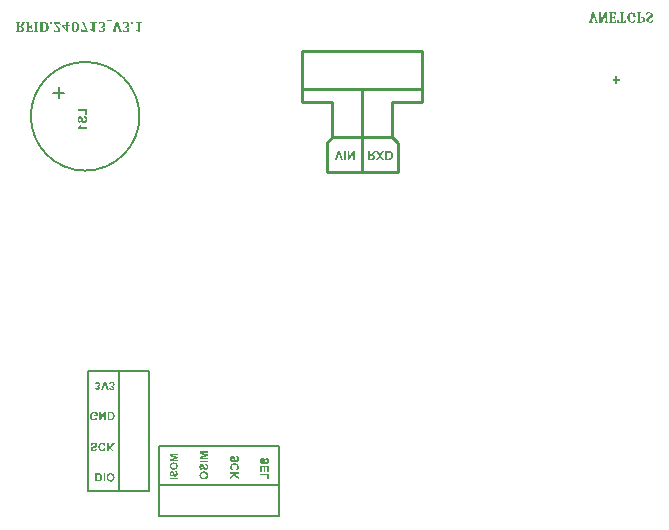
<source format=gbo>
G04*
G04 #@! TF.GenerationSoftware,Altium Limited,Altium Designer,21.0.8 (223)*
G04*
G04 Layer_Color=32896*
%FSTAX24Y24*%
%MOIN*%
G70*
G04*
G04 #@! TF.SameCoordinates,EFB7B91B-664B-4525-AB40-38F40083A00E*
G04*
G04*
G04 #@! TF.FilePolarity,Positive*
G04*
G01*
G75*
%ADD10C,0.0100*%
%ADD13C,0.0079*%
%ADD15C,0.0070*%
G36*
X033815Y049655D02*
X033781D01*
X03378Y04966D01*
X033778Y049665D01*
X033777Y049669D01*
X033776Y049673D01*
X033775Y049675D01*
X033774Y049678D01*
X033773Y049679D01*
Y049679D01*
X03377Y049685D01*
X033768Y04969D01*
X033767Y049692D01*
X033766Y049693D01*
X033763Y049697D01*
X033761Y049701D01*
X033759Y049703D01*
X033758Y049704D01*
X033755Y049707D01*
X033752Y049709D01*
X03375Y04971D01*
X033749Y049711D01*
X033746Y049713D01*
X033743Y049714D01*
X03374Y049715D01*
X033739D01*
X033734Y049715D01*
X03373Y049716D01*
X033671D01*
Y049585D01*
X033708D01*
X033712Y049585D01*
X033714Y049586D01*
X033716Y049586D01*
X03372Y049588D01*
X033721Y049588D01*
X033725Y049591D01*
X033728Y049594D01*
X03373Y049597D01*
X033731Y049598D01*
Y049598D01*
X033732Y049602D01*
X033734Y049605D01*
X033736Y049612D01*
X033737Y049615D01*
X033738Y049618D01*
X033738Y04962D01*
Y04962D01*
X033766D01*
Y04952D01*
X033738D01*
X033737Y049526D01*
X033736Y04953D01*
X033734Y049534D01*
X033733Y049537D01*
X033732Y049539D01*
X033731Y049541D01*
X033731Y049542D01*
Y049543D01*
X033727Y049547D01*
X033724Y04955D01*
X033721Y049553D01*
X033721Y049553D01*
X03372D01*
X033715Y049555D01*
X03371Y049555D01*
X033708Y049556D01*
X033671D01*
Y049438D01*
X033731D01*
X033737Y049438D01*
X033742Y04944D01*
X033745Y04944D01*
X033748Y049441D01*
X03375Y049442D01*
X033751Y049443D01*
X033751D01*
X033757Y049447D01*
X033761Y049451D01*
X033764Y049454D01*
X033765Y049455D01*
Y049456D01*
X033767Y04946D01*
X033769Y049464D01*
X033774Y049475D01*
X033776Y04948D01*
X033778Y049484D01*
X033778Y049486D01*
X033779Y049487D01*
Y049488D01*
X033813D01*
Y04941D01*
X033569D01*
Y049425D01*
X033575Y049428D01*
X033579Y049429D01*
X033582Y049431D01*
X033583Y049431D01*
X033587Y049434D01*
X033589Y049436D01*
X033591Y049438D01*
X033591Y049439D01*
X033593Y049443D01*
X033594Y049447D01*
X033595Y04945D01*
Y049452D01*
Y049452D01*
X033595Y049458D01*
Y049465D01*
Y049467D01*
Y049469D01*
Y049471D01*
Y049471D01*
Y049683D01*
Y049691D01*
X033595Y049697D01*
Y049699D01*
X033594Y049701D01*
Y049702D01*
Y049703D01*
X033594Y049708D01*
X033592Y049712D01*
X033591Y049714D01*
X033591Y049715D01*
X033589Y049719D01*
X033586Y049721D01*
X033584Y049722D01*
X033583Y049723D01*
X033579Y049725D01*
X033574Y049727D01*
X033571Y049728D01*
X03357Y049728D01*
X033569D01*
Y049744D01*
X03381D01*
X033815Y049655D01*
D02*
G37*
G36*
X034338Y049747D02*
X034351Y049745D01*
X034362Y049743D01*
X034372Y049739D01*
X03438Y049736D01*
X034384Y049734D01*
X034387Y049733D01*
X034389Y049732D01*
X034391Y049731D01*
X034391Y049731D01*
X034392D01*
X034409Y049747D01*
X034444Y049741D01*
Y049648D01*
Y049643D01*
X034444Y049639D01*
Y049636D01*
X034445Y049632D01*
Y04963D01*
X034445Y049628D01*
Y049627D01*
Y049627D01*
X034447Y049621D01*
X034449Y049618D01*
X034451Y049615D01*
X034451Y049614D01*
X034454Y049613D01*
X034456Y049611D01*
X034462Y049608D01*
X034464Y049607D01*
X034466Y049606D01*
X034468Y049606D01*
X034468D01*
Y04959D01*
X034343D01*
Y049606D01*
X034346Y049607D01*
X034349Y049608D01*
X034352Y049609D01*
X034354Y04961D01*
X034356Y049611D01*
X034357Y049612D01*
X03436Y049614D01*
X034362Y049615D01*
X034363Y049618D01*
X034364Y049618D01*
X034366Y049621D01*
X034367Y049626D01*
X034368Y049629D01*
Y04963D01*
Y04963D01*
X034368Y049633D01*
Y049637D01*
X034369Y049646D01*
Y04965D01*
Y049653D01*
Y049655D01*
Y049656D01*
Y049666D01*
X034368Y049675D01*
X034367Y049684D01*
X034366Y049691D01*
X034364Y049697D01*
X034362Y049702D01*
X03436Y049704D01*
X034359Y049707D01*
X034359Y049707D01*
X034354Y049711D01*
X034349Y049714D01*
X034344Y049716D01*
X034339Y049718D01*
X034334Y049719D01*
X03433Y04972D01*
X034327D01*
X034319Y049719D01*
X034312Y049717D01*
X034306Y049714D01*
X0343Y049711D01*
X034296Y049708D01*
X034292Y049705D01*
X03429Y049703D01*
X03429Y049702D01*
X034285Y049695D01*
X03428Y049687D01*
X034277Y049679D01*
X034273Y049671D01*
X034271Y049664D01*
X034269Y049658D01*
X034268Y049656D01*
Y049655D01*
X034268Y049654D01*
Y049654D01*
X034266Y049641D01*
X034264Y049628D01*
X034262Y049616D01*
X034262Y049604D01*
X034261Y049594D01*
X034261Y04959D01*
Y049586D01*
Y049583D01*
Y04958D01*
Y049579D01*
Y049579D01*
X034261Y049561D01*
X034262Y049545D01*
X034264Y049531D01*
X034265Y049525D01*
X034266Y049519D01*
X034267Y049514D01*
X034268Y049509D01*
X034269Y049506D01*
X03427Y049502D01*
X03427Y0495D01*
X034271Y049498D01*
X034271Y049497D01*
Y049496D01*
X034276Y049485D01*
X03428Y049475D01*
X034285Y049467D01*
X03429Y04946D01*
X034294Y049455D01*
X034297Y049452D01*
X0343Y049449D01*
X034301Y049449D01*
X034308Y049444D01*
X034315Y04944D01*
X034322Y049438D01*
X03433Y049436D01*
X034335Y049435D01*
X03434Y049434D01*
X03435D01*
X034356Y049435D01*
X034361Y049436D01*
X034365Y049437D01*
X034369Y049438D01*
X034371Y049438D01*
X034373Y04944D01*
X034373D01*
X034378Y049442D01*
X034381Y049444D01*
X034387Y04945D01*
X034389Y049453D01*
X034391Y049455D01*
X034391Y049456D01*
X034392Y049456D01*
X034395Y049461D01*
X034397Y049466D01*
X034401Y049476D01*
X034403Y049481D01*
X034404Y049485D01*
X034405Y049487D01*
Y049488D01*
X034438D01*
Y049418D01*
X034421Y049414D01*
X034404Y049411D01*
X034387Y049408D01*
X034372Y049407D01*
X034366Y049406D01*
X034359Y049406D01*
X034354D01*
X034349Y049405D01*
X03434D01*
X034328Y049406D01*
X034317Y049407D01*
X034307Y049408D01*
X034298Y04941D01*
X03429Y049412D01*
X034285Y049413D01*
X034283Y049414D01*
X034281Y049414D01*
X03428Y049415D01*
X03428D01*
X03427Y049419D01*
X03426Y049424D01*
X034252Y049429D01*
X034244Y049434D01*
X034238Y049439D01*
X034233Y049443D01*
X034231Y049445D01*
X03423Y049446D01*
X034222Y049455D01*
X034215Y049464D01*
X034209Y049473D01*
X034205Y049482D01*
X0342Y049489D01*
X034197Y049496D01*
X034196Y049498D01*
X034196Y0495D01*
X034195Y049501D01*
Y049501D01*
X034191Y049514D01*
X034188Y049528D01*
X034186Y049541D01*
X034184Y049553D01*
X034184Y049559D01*
X034183Y049564D01*
Y049568D01*
X034183Y049572D01*
Y049576D01*
Y049578D01*
Y049579D01*
Y04958D01*
X034183Y049595D01*
X034184Y049609D01*
X034186Y049623D01*
X034188Y049636D01*
X034191Y049646D01*
X034194Y049657D01*
X034197Y049667D01*
X0342Y049675D01*
X034203Y049683D01*
X034207Y049689D01*
X034209Y049694D01*
X034212Y049699D01*
X034214Y049702D01*
X034216Y049704D01*
X034217Y049706D01*
X034218Y049707D01*
X034225Y049714D01*
X034232Y04972D01*
X034241Y049726D01*
X034249Y049731D01*
X034258Y049734D01*
X034267Y049738D01*
X034276Y04974D01*
X034284Y049743D01*
X034292Y049745D01*
X0343Y049746D01*
X034307Y049747D01*
X034313Y049747D01*
X034318D01*
X034321Y049748D01*
X034325D01*
X034338Y049747D01*
D02*
G37*
G36*
X033498Y049471D02*
Y049466D01*
X033499Y049461D01*
Y049457D01*
X033499Y049454D01*
Y049452D01*
X0335Y049449D01*
Y049449D01*
Y049448D01*
X033501Y049443D01*
X033502Y04944D01*
X033503Y049437D01*
X033504Y049437D01*
X033506Y049434D01*
X033508Y049432D01*
X03351Y049431D01*
X033511Y049431D01*
X033514Y049429D01*
X033519Y049427D01*
X033521Y049426D01*
X033523Y049426D01*
X033524Y049425D01*
X033525D01*
Y04941D01*
X033432D01*
Y049425D01*
X033438Y049428D01*
X033443Y04943D01*
X033446Y049431D01*
X033446Y049431D01*
X033449Y049433D01*
X033451Y049435D01*
X033452Y049437D01*
X033453Y049437D01*
X033454Y04944D01*
X033455Y049444D01*
X033457Y049447D01*
Y049447D01*
Y049448D01*
X033457Y049451D01*
X033458Y049454D01*
X033458Y049462D01*
Y049466D01*
Y049468D01*
Y049471D01*
Y049471D01*
Y049517D01*
Y049542D01*
X033459Y049566D01*
Y049577D01*
X033459Y049588D01*
Y049597D01*
X03346Y049607D01*
Y049615D01*
Y049622D01*
X03346Y049629D01*
Y049634D01*
X033461Y049639D01*
Y049642D01*
Y049644D01*
Y049645D01*
X033457D01*
X033449Y049628D01*
X033445Y049621D01*
X033441Y049614D01*
X033438Y049608D01*
X033436Y049603D01*
X033434Y0496D01*
X033434Y049599D01*
X033429Y04959D01*
X033425Y049583D01*
X033421Y049576D01*
X033418Y049571D01*
X033416Y049566D01*
X033414Y049563D01*
X033413Y049561D01*
X033413Y04956D01*
X033325Y04941D01*
X033226D01*
Y049425D01*
X03323Y049427D01*
X033234Y049428D01*
X033238Y04943D01*
X03324Y049431D01*
X033242Y049432D01*
X033243Y049433D01*
X033244Y049434D01*
X033247Y049438D01*
X03325Y049441D01*
X033251Y049444D01*
Y049445D01*
Y049446D01*
X033251Y049448D01*
X033252Y049452D01*
X033252Y04946D01*
Y049465D01*
Y049467D01*
Y04947D01*
Y049471D01*
Y049683D01*
Y049691D01*
Y049697D01*
X033252Y049699D01*
Y049701D01*
Y049702D01*
Y049702D01*
X033251Y049708D01*
X03325Y049711D01*
X033249Y049714D01*
X033248Y049715D01*
X033246Y049719D01*
X033244Y049721D01*
X033241Y049722D01*
X03324Y049723D01*
X033236Y049725D01*
X033232Y049727D01*
X033229Y049727D01*
X033228Y049728D01*
X033227Y049728D01*
X033226D01*
Y049744D01*
X033319D01*
Y049728D01*
X033315Y049727D01*
X033311Y049726D01*
X033307Y049725D01*
X033305Y049723D01*
X033303Y049722D01*
X033302Y049721D01*
X033301Y049721D01*
X033298Y049717D01*
X033296Y049713D01*
X033295Y04971D01*
X033294Y04971D01*
Y049709D01*
X033294Y049706D01*
X033293Y049702D01*
X033293Y049693D01*
Y049689D01*
Y049686D01*
Y049684D01*
Y049683D01*
Y049604D01*
Y049582D01*
X033292Y049562D01*
X033292Y049543D01*
Y049535D01*
Y049526D01*
X033291Y049519D01*
Y049512D01*
X033291Y049507D01*
Y049502D01*
X03329Y049498D01*
Y049495D01*
Y049493D01*
Y049493D01*
X033292D01*
X033297Y049502D01*
X033302Y049512D01*
X033307Y049521D01*
X033313Y049531D01*
X033318Y04954D01*
X03332Y049544D01*
X033322Y049547D01*
X033323Y04955D01*
X033324Y049552D01*
X033325Y049553D01*
Y049554D01*
X033436Y049744D01*
X033498D01*
Y049471D01*
D02*
G37*
G36*
X034064Y049728D02*
X034058Y049727D01*
X034054Y049726D01*
X034052Y049726D01*
X034051Y049725D01*
X034047Y049723D01*
X034045Y049722D01*
X034043Y049721D01*
X034043Y04972D01*
X03404Y049716D01*
X034039Y049714D01*
X034038Y049714D01*
X034037Y04971D01*
X034036Y049707D01*
X034035Y049704D01*
Y049703D01*
X034035Y049697D01*
Y04969D01*
Y049687D01*
Y049685D01*
Y049684D01*
Y049683D01*
Y049438D01*
X034059D01*
X034064Y049438D01*
X034067Y049439D01*
X034069D01*
X034073Y04944D01*
X034076Y049441D01*
X034078Y049442D01*
X034079Y049442D01*
X034082Y049444D01*
X034084Y049446D01*
X034086Y049448D01*
X034087Y049448D01*
X034089Y049452D01*
X034092Y049454D01*
X034093Y049456D01*
X034094Y049458D01*
X034096Y049462D01*
X034098Y049466D01*
X034099Y04947D01*
X0341Y049471D01*
Y049471D01*
X034101Y049474D01*
X034102Y049478D01*
X034105Y049486D01*
X034106Y04949D01*
X034107Y049493D01*
X034107Y049495D01*
Y049495D01*
X034141D01*
Y04941D01*
X033852D01*
Y049495D01*
X033886D01*
X033888Y049487D01*
X03389Y049479D01*
X033891Y049477D01*
X033892Y049474D01*
X033892Y049473D01*
Y049472D01*
X033894Y049468D01*
X033895Y049464D01*
X033897Y04946D01*
X033899Y049458D01*
X0339Y049455D01*
X033901Y049454D01*
X033902Y049453D01*
Y049453D01*
X033907Y049448D01*
X033911Y049444D01*
X033915Y049442D01*
X033915Y049442D01*
X033916D01*
X033919Y049441D01*
X033923Y04944D01*
X03393Y049438D01*
X033934Y049438D01*
X033958D01*
Y049683D01*
Y049691D01*
Y049697D01*
X033958Y049699D01*
Y049701D01*
Y049702D01*
Y049703D01*
X033957Y049708D01*
X033956Y049712D01*
X033954Y049715D01*
X033954Y049716D01*
X033951Y049719D01*
X033948Y049722D01*
X033946Y049723D01*
X033946Y049724D01*
X033945D01*
X03394Y049726D01*
X033935Y049727D01*
X033933Y049728D01*
X03393D01*
X033929Y049728D01*
X033929D01*
Y049744D01*
X034064D01*
Y049728D01*
D02*
G37*
G36*
X034639D02*
X034635Y049727D01*
X034631Y049727D01*
X034628Y049726D01*
X034626Y049725D01*
X034623Y049724D01*
X034622Y049723D01*
X034618Y049721D01*
X034616Y049719D01*
X034615Y049717D01*
X034614Y049717D01*
X034612Y049713D01*
X034611Y04971D01*
X03461Y049707D01*
X03461Y049706D01*
X034609Y049703D01*
Y049699D01*
X034609Y049692D01*
Y049689D01*
Y049686D01*
Y049684D01*
Y049683D01*
Y049604D01*
X034615Y049605D01*
X034628D01*
X034634Y049606D01*
X034648D01*
X034663Y049605D01*
X034676Y049604D01*
X034688Y049602D01*
X034698Y0496D01*
X034705Y049597D01*
X034708Y049596D01*
X034711Y049595D01*
X034713Y049595D01*
X034715Y049594D01*
X034716Y049594D01*
X034716D01*
X034726Y049588D01*
X034735Y049583D01*
X034742Y049577D01*
X034748Y049571D01*
X034752Y049565D01*
X034755Y049561D01*
X034758Y049558D01*
X034758Y049557D01*
X034763Y049548D01*
X034767Y049538D01*
X034769Y049528D01*
X034771Y049519D01*
X034772Y049512D01*
X034773Y049506D01*
Y049503D01*
Y049502D01*
Y049501D01*
Y0495D01*
X034772Y049492D01*
X034772Y049484D01*
X03477Y049477D01*
X034768Y04947D01*
X034766Y049464D01*
X034763Y049458D01*
X03476Y049453D01*
X034758Y049449D01*
X034752Y049441D01*
X034747Y049436D01*
X034745Y049434D01*
X034743Y049433D01*
X034742Y049432D01*
X034742D01*
X034736Y049428D01*
X034729Y049424D01*
X034715Y049419D01*
X034699Y049415D01*
X034684Y049412D01*
X034677Y049411D01*
X03467Y049411D01*
X034664Y04941D01*
X034659D01*
X034655Y04941D01*
X034506D01*
Y049425D01*
X034512Y049428D01*
X034517Y049429D01*
X03452Y049431D01*
X034521Y049431D01*
X034524Y049434D01*
X034527Y049436D01*
X034528Y049438D01*
X034529Y049439D01*
X03453Y049443D01*
X034532Y049447D01*
X034532Y04945D01*
Y049452D01*
Y049452D01*
X034533Y049458D01*
Y049465D01*
Y049467D01*
Y049469D01*
Y049471D01*
Y049471D01*
Y049683D01*
Y049691D01*
X034532Y049697D01*
Y049699D01*
X034532Y049701D01*
Y049702D01*
Y049703D01*
X034531Y049708D01*
X03453Y049712D01*
X034529Y049714D01*
X034528Y049715D01*
X034526Y049719D01*
X034524Y049721D01*
X034522Y049722D01*
X034521Y049723D01*
X034516Y049725D01*
X034511Y049727D01*
X034508Y049728D01*
X034507Y049728D01*
X034506D01*
Y049744D01*
X034639D01*
Y049728D01*
D02*
G37*
G36*
X033166Y049472D02*
X033168Y049466D01*
X03317Y04946D01*
X033173Y049455D01*
X033174Y049452D01*
X033175Y049449D01*
X033176Y049447D01*
X033178Y049446D01*
Y049445D01*
X033182Y049439D01*
X033186Y049435D01*
X033188Y049432D01*
X033189Y049432D01*
X03319D01*
X033195Y049429D01*
X0332Y049427D01*
X033202Y049426D01*
X033204D01*
X033205Y049425D01*
X033205D01*
Y04941D01*
X033099D01*
Y049425D01*
X033104Y049426D01*
X033108Y049427D01*
X033111Y049428D01*
X033114Y04943D01*
X033116Y049431D01*
X033117Y049432D01*
X033119Y049432D01*
Y049433D01*
X033121Y049436D01*
X033122Y049438D01*
X033125Y049444D01*
Y049447D01*
X033125Y049449D01*
Y049451D01*
Y049452D01*
X033125Y049459D01*
X033124Y049465D01*
X033123Y049467D01*
Y049469D01*
X033123Y04947D01*
Y049471D01*
X033121Y049477D01*
X03312Y049483D01*
X033119Y049486D01*
X033118Y049488D01*
X033117Y049489D01*
Y04949D01*
X033057Y049666D01*
X033008Y049489D01*
X033007Y049483D01*
X033005Y049478D01*
X033004Y049474D01*
X033003Y049471D01*
X033002Y049468D01*
Y049466D01*
X033002Y049465D01*
Y049465D01*
X033001Y049459D01*
X033001Y049454D01*
Y049452D01*
Y04945D01*
Y049449D01*
Y049449D01*
X033001Y049445D01*
X033002Y049442D01*
X033004Y049437D01*
X033006Y049434D01*
X033007Y049433D01*
X033009Y049431D01*
X033012Y049429D01*
X033019Y049427D01*
X033021Y049426D01*
X033024D01*
X033025Y049425D01*
X033026D01*
Y04941D01*
X03289D01*
Y049425D01*
X032897Y049428D01*
X032902Y04943D01*
X032905Y049431D01*
X032906Y049432D01*
X03291Y049436D01*
X032913Y049441D01*
X032915Y049444D01*
X032915Y049444D01*
Y049445D01*
X032917Y049448D01*
X032919Y049452D01*
X032921Y049461D01*
X032923Y049465D01*
X032924Y049468D01*
X032925Y04947D01*
Y049471D01*
X033006Y049746D01*
X033063D01*
X033166Y049472D01*
D02*
G37*
G36*
X034927Y049747D02*
X034939Y049746D01*
X03495Y049744D01*
X034959Y049742D01*
X034966Y04974D01*
X034972Y049738D01*
X034974Y049738D01*
X034975Y049737D01*
X034976Y049737D01*
X034977D01*
X034986Y049732D01*
X034995Y049726D01*
X035002Y049721D01*
X035007Y049715D01*
X035012Y04971D01*
X035015Y049707D01*
X035017Y049704D01*
X035018Y049703D01*
X035022Y049694D01*
X035026Y049685D01*
X035028Y049676D01*
X03503Y049668D01*
X035031Y049661D01*
X035032Y049655D01*
Y049652D01*
Y049651D01*
Y04965D01*
Y04965D01*
X035031Y049641D01*
X035031Y049633D01*
X035029Y049626D01*
X035028Y04962D01*
X035026Y049615D01*
X035025Y049612D01*
X035024Y049609D01*
X035024Y049609D01*
X03502Y049602D01*
X035016Y049596D01*
X035012Y04959D01*
X035008Y049586D01*
X035004Y049581D01*
X035001Y049579D01*
X034998Y049577D01*
X034998Y049576D01*
X034991Y04957D01*
X034983Y049565D01*
X034975Y04956D01*
X034968Y049555D01*
X034961Y049551D01*
X034955Y049548D01*
X034953Y049547D01*
X034951Y049545D01*
X034951Y049545D01*
X03495D01*
X034942Y04954D01*
X034934Y049536D01*
X034927Y049532D01*
X034922Y049529D01*
X034918Y049526D01*
X034915Y049524D01*
X034913Y049523D01*
X034912Y049522D01*
X034908Y049518D01*
X034904Y049515D01*
X034901Y049511D01*
X034899Y049508D01*
X034896Y049506D01*
X034895Y049503D01*
X034895Y049502D01*
X034894Y049502D01*
X034891Y049494D01*
X034889Y049485D01*
Y049482D01*
X034889Y049479D01*
Y049478D01*
Y049477D01*
X034889Y049472D01*
X03489Y049468D01*
X034891Y049464D01*
X034892Y04946D01*
X034893Y049458D01*
X034894Y049455D01*
X034895Y049454D01*
Y049454D01*
X0349Y049447D01*
X034906Y049443D01*
X034908Y049441D01*
X034911Y04944D01*
X034912Y049439D01*
X034912D01*
X034921Y049436D01*
X034929Y049435D01*
X034932Y049434D01*
X034943D01*
X034949Y049435D01*
X034953Y049436D01*
X034957Y049437D01*
X03496Y049438D01*
X034962Y049438D01*
X034964Y04944D01*
X034965D01*
X034968Y049442D01*
X034972Y049444D01*
X034978Y04945D01*
X03498Y049453D01*
X034981Y049455D01*
X034982Y049456D01*
X034983Y049456D01*
X034985Y049461D01*
X034987Y049466D01*
X034991Y049476D01*
X034992Y04948D01*
X034994Y049484D01*
X034995Y049486D01*
Y049487D01*
X035028D01*
Y049416D01*
X035019Y049414D01*
X03501Y049412D01*
X035003Y049411D01*
X034996Y04941D01*
X03499Y049409D01*
X034986Y049408D01*
X034984Y049408D01*
X034983D01*
X034968Y049406D01*
X034961Y049406D01*
X034955D01*
X034949Y049405D01*
X034941D01*
X034927Y049406D01*
X034915Y049407D01*
X034903Y049408D01*
X034894Y049411D01*
X034886Y049413D01*
X034883Y049413D01*
X03488Y049414D01*
X034878Y049415D01*
X034876Y049416D01*
X034876Y049416D01*
X034875D01*
X034865Y04942D01*
X034856Y049426D01*
X034849Y049431D01*
X034843Y049436D01*
X034838Y049441D01*
X034835Y049445D01*
X034832Y049447D01*
X034832Y049448D01*
X034827Y049456D01*
X034823Y049465D01*
X034821Y049474D01*
X034819Y049482D01*
X034818Y049489D01*
X034817Y049495D01*
Y049497D01*
Y049499D01*
Y049499D01*
Y0495D01*
X034818Y049506D01*
X034818Y049513D01*
X034819Y049518D01*
X03482Y049523D01*
X034822Y049527D01*
X034822Y04953D01*
X034823Y049532D01*
Y049533D01*
X034829Y049543D01*
X034831Y049548D01*
X034834Y049552D01*
X034836Y049555D01*
X034838Y049558D01*
X03484Y04956D01*
X03484Y04956D01*
X034849Y049569D01*
X034853Y049573D01*
X034858Y049576D01*
X034861Y049579D01*
X034864Y049581D01*
X034866Y049582D01*
X034866Y049583D01*
X034878Y04959D01*
X034884Y049594D01*
X03489Y049597D01*
X034894Y049599D01*
X034898Y049601D01*
X0349Y049602D01*
X034901Y049603D01*
X034909Y049607D01*
X034916Y04961D01*
X034922Y049614D01*
X034927Y049618D01*
X034931Y04962D01*
X034933Y049622D01*
X034935Y049624D01*
X034936Y049624D01*
X03494Y049628D01*
X034944Y049632D01*
X034947Y049635D01*
X034949Y049638D01*
X034951Y049641D01*
X034953Y049643D01*
X034954Y049645D01*
Y049645D01*
X034956Y04965D01*
X034957Y049654D01*
X034959Y049662D01*
Y049666D01*
X03496Y049669D01*
Y049671D01*
Y049672D01*
X034959Y049678D01*
X034959Y049683D01*
X034957Y049687D01*
X034956Y049691D01*
X034955Y049695D01*
X034954Y049697D01*
X034953Y049698D01*
X034953Y049699D01*
X03495Y049703D01*
X034947Y049706D01*
X034941Y049711D01*
X034938Y049713D01*
X034936Y049714D01*
X034935Y049715D01*
X034934D01*
X034925Y049717D01*
X034917Y049719D01*
X034913D01*
X034911Y04972D01*
X034908D01*
X034899Y049719D01*
X03489Y049717D01*
X034883Y049715D01*
X034877Y049713D01*
X034872Y04971D01*
X034868Y049708D01*
X034866Y049706D01*
X034866Y049705D01*
X034861Y049699D01*
X034856Y049692D01*
X034853Y049685D01*
X03485Y049678D01*
X034848Y049672D01*
X034847Y049667D01*
X034846Y049664D01*
Y049663D01*
X034846Y049662D01*
Y049662D01*
X034812D01*
Y049737D01*
X03483Y049741D01*
X034838Y049742D01*
X034846Y049743D01*
X034853Y049744D01*
X034858Y049745D01*
X034861Y049745D01*
X034862D01*
X034873Y049746D01*
X034882Y049747D01*
X034891Y049747D01*
X034899D01*
X034906Y049748D01*
X034915D01*
X034927Y049747D01*
D02*
G37*
G36*
X033847Y047521D02*
X03394D01*
Y047457D01*
X033847D01*
Y047366D01*
X033785D01*
Y047457D01*
X033693D01*
Y047521D01*
X033785D01*
Y047612D01*
X033847D01*
Y047521D01*
D02*
G37*
G36*
X017011Y049455D02*
X016825D01*
Y049493D01*
X017011D01*
Y049455D01*
D02*
G37*
G36*
X01772Y049355D02*
X017654D01*
Y049429D01*
X01772D01*
Y049355D01*
D02*
G37*
G36*
X015011D02*
X014945D01*
Y049429D01*
X015011D01*
Y049355D01*
D02*
G37*
G36*
X015293Y049341D02*
X015265D01*
X015264Y049346D01*
X015263Y049349D01*
X015262Y049352D01*
X01526Y049355D01*
X015259Y049357D01*
X015258Y049358D01*
X015258Y049359D01*
Y049359D01*
X015254Y049363D01*
X01525Y049365D01*
X015247Y049366D01*
X015246Y049367D01*
X015245D01*
X015242Y049367D01*
X015238Y049368D01*
X01523Y049369D01*
X015227Y049369D01*
X015134D01*
Y049367D01*
X015138Y049363D01*
X015141Y049358D01*
X015149Y049348D01*
X015153Y049344D01*
X015156Y049341D01*
X015158Y049338D01*
X015158Y049337D01*
X015171Y049324D01*
X015177Y049318D01*
X015182Y049312D01*
X015187Y049307D01*
X015191Y049304D01*
X015193Y049301D01*
X015194Y0493D01*
X015201Y049293D01*
X015209Y049286D01*
X015215Y04928D01*
X015221Y049274D01*
X015231Y049263D01*
X01524Y049255D01*
X015246Y049248D01*
X015251Y049243D01*
X015253Y04924D01*
X015254Y049239D01*
X01526Y049231D01*
X015265Y049224D01*
X01527Y049218D01*
X015273Y049212D01*
X015276Y049208D01*
X015277Y049204D01*
X015278Y049202D01*
X015279Y049201D01*
X015281Y049195D01*
X015283Y049188D01*
X015284Y049182D01*
X015285Y049177D01*
X015286Y049172D01*
X015286Y049168D01*
Y049166D01*
Y049165D01*
X015286Y049157D01*
X015284Y04915D01*
X015283Y049143D01*
X015281Y049138D01*
X015279Y049133D01*
X015277Y049129D01*
X015276Y049127D01*
X015276Y049127D01*
X015271Y049121D01*
X015266Y049115D01*
X015261Y049111D01*
X015256Y049107D01*
X015251Y049104D01*
X015247Y049102D01*
X015244Y0491D01*
X015243Y0491D01*
X015234Y049097D01*
X015224Y049094D01*
X015214Y049092D01*
X015205Y049091D01*
X015197Y049091D01*
X015193D01*
X01519Y04909D01*
X015177D01*
X01517Y049091D01*
X015164Y049091D01*
X015159D01*
X015155Y049092D01*
X015151Y049092D01*
X015148Y049093D01*
X015148D01*
X015136Y049095D01*
X01513Y049096D01*
X015125Y049097D01*
X015121Y049098D01*
X015117Y049099D01*
X015115Y0491D01*
X015115D01*
X015108Y049102D01*
X0151Y049105D01*
X015092Y049108D01*
X015085Y04911D01*
X015078Y049113D01*
X015073Y049115D01*
X01507Y049116D01*
X015069Y049116D01*
X015068Y049117D01*
X015068D01*
Y049175D01*
X015112D01*
X015115Y049164D01*
X015117Y049155D01*
X015121Y049147D01*
X015123Y049141D01*
X015126Y049137D01*
X015128Y049134D01*
X01513Y049132D01*
X01513Y049131D01*
X015136Y049126D01*
X015141Y049123D01*
X015147Y04912D01*
X015152Y049118D01*
X015156Y049117D01*
X01516Y049117D01*
X015163D01*
X015171Y049117D01*
X015177Y049119D01*
X015183Y049122D01*
X015187Y049124D01*
X015191Y049128D01*
X015194Y04913D01*
X015195Y049132D01*
X015196Y049133D01*
X0152Y049139D01*
X015203Y049146D01*
X015205Y049153D01*
X015206Y049159D01*
X015207Y049165D01*
X015208Y04917D01*
Y049174D01*
Y049174D01*
Y049175D01*
X015207Y049182D01*
X015207Y049188D01*
X015206Y049195D01*
X015205Y0492D01*
X015203Y049205D01*
X015202Y049209D01*
X015201Y049211D01*
X015201Y049212D01*
X015198Y049218D01*
X015195Y049225D01*
X015192Y049232D01*
X015188Y049237D01*
X015185Y049243D01*
X015182Y049247D01*
X015181Y049249D01*
X01518Y04925D01*
X015175Y049258D01*
X015168Y049266D01*
X015162Y049275D01*
X015155Y049283D01*
X01515Y04929D01*
X015145Y049296D01*
X015143Y049298D01*
X015141Y0493D01*
X015141Y049301D01*
X01514Y049301D01*
X01513Y049313D01*
X015121Y049325D01*
X015112Y049335D01*
X015106Y049344D01*
X0151Y049352D01*
X015096Y049357D01*
X015094Y049359D01*
X015093Y049361D01*
X015092Y049361D01*
Y049362D01*
X015086Y049372D01*
X01508Y049382D01*
X015075Y04939D01*
X01507Y049398D01*
X015067Y049405D01*
X015065Y049409D01*
X015063Y049412D01*
X015063Y049413D01*
Y049413D01*
Y049429D01*
X015288D01*
X015293Y049341D01*
D02*
G37*
G36*
X014113Y049413D02*
X014108Y049412D01*
X014103Y04941D01*
X014099Y049408D01*
X014096Y049406D01*
X014093Y049403D01*
X01409Y049401D01*
X014089Y0494D01*
X014089Y0494D01*
X014085Y049395D01*
X014081Y049389D01*
X014075Y049378D01*
X014072Y049373D01*
X01407Y04937D01*
X014069Y049367D01*
X014068Y049366D01*
X014053Y049332D01*
X014049Y049325D01*
X014045Y049319D01*
X014041Y049313D01*
X014038Y049308D01*
X014035Y049305D01*
X014033Y049301D01*
X014031Y0493D01*
X014031Y049299D01*
X014026Y049294D01*
X014022Y04929D01*
X014017Y049287D01*
X014012Y049284D01*
X014008Y049282D01*
X014005Y04928D01*
X014002Y049279D01*
X014001Y049278D01*
Y049276D01*
X01401Y049272D01*
X014018Y049268D01*
X014024Y049265D01*
X01403Y049262D01*
X014034Y049259D01*
X014037Y049257D01*
X014039Y049255D01*
X01404Y049254D01*
X014044Y04925D01*
X014049Y049245D01*
X014053Y04924D01*
X014056Y049236D01*
X014059Y049232D01*
X01406Y049229D01*
X014061Y049227D01*
X014062Y049226D01*
X014065Y049219D01*
X014067Y049212D01*
X014069Y049205D01*
X01407Y049199D01*
X01407Y049193D01*
X014071Y049188D01*
Y049186D01*
Y049185D01*
Y049178D01*
X01407Y049171D01*
X014069Y049166D01*
X014069Y049162D01*
X014067Y049158D01*
X014066Y049155D01*
X014066Y049153D01*
Y049152D01*
X014062Y049143D01*
X01406Y049139D01*
X014058Y049135D01*
X014055Y049132D01*
X014054Y04913D01*
X014053Y049129D01*
X014052Y049128D01*
X014045Y049121D01*
X014038Y049115D01*
X014035Y049114D01*
X014033Y049112D01*
X014031Y049111D01*
X014031Y049111D01*
X014019Y049105D01*
X014013Y049103D01*
X014007Y049101D01*
X014002Y0491D01*
X013999Y049099D01*
X013996Y049098D01*
X013995D01*
X013988Y049097D01*
X013979Y049096D01*
X013971Y049096D01*
X013963Y049095D01*
X013957Y049094D01*
X013803D01*
Y04911D01*
X013809Y049112D01*
X013814Y049114D01*
X013816Y049116D01*
X013817Y049116D01*
X013821Y049118D01*
X013823Y049121D01*
X013825Y049123D01*
X013826Y049124D01*
X013827Y049128D01*
X013828Y049132D01*
X013829Y049135D01*
Y049136D01*
Y049137D01*
X013829Y049143D01*
Y04915D01*
Y049152D01*
Y049154D01*
Y049156D01*
Y049156D01*
Y049368D01*
Y049376D01*
X013829Y049382D01*
Y049384D01*
X013828Y049386D01*
Y049387D01*
Y049388D01*
X013828Y049393D01*
X013827Y049397D01*
X013826Y049399D01*
X013825Y0494D01*
X013823Y049403D01*
X013821Y049406D01*
X013818Y049407D01*
X013817Y049408D01*
X013813Y04941D01*
X013808Y049412D01*
X013805Y049413D01*
X013804Y049413D01*
X013803D01*
Y049429D01*
X013932D01*
Y049413D01*
X013927Y049412D01*
X013923Y049411D01*
X01392Y049409D01*
X013918Y049408D01*
X013916Y049407D01*
X013915Y049406D01*
X013913Y049406D01*
X013911Y049402D01*
X013909Y049398D01*
X013907Y049395D01*
X013907Y049394D01*
Y049394D01*
X013906Y04939D01*
X013906Y049387D01*
X013905Y049378D01*
Y049374D01*
Y049371D01*
Y049369D01*
Y049368D01*
Y049289D01*
X013924D01*
X013928Y049289D01*
X013932Y04929D01*
X013935Y04929D01*
X013937Y049291D01*
X013939Y049292D01*
X013939Y049292D01*
X01394D01*
X013945Y049295D01*
X013948Y049298D01*
X013951Y049301D01*
X013952Y049302D01*
Y049302D01*
X013954Y049306D01*
X013957Y04931D01*
X013962Y049319D01*
X013964Y049323D01*
X013965Y049326D01*
X013966Y049328D01*
X013967Y049329D01*
X013986Y049371D01*
X013993Y049384D01*
X013999Y049396D01*
X014004Y049406D01*
X014009Y049414D01*
X014013Y049421D01*
X014016Y049425D01*
X014018Y049428D01*
X014018Y049429D01*
X014113D01*
Y049413D01*
D02*
G37*
G36*
X015578D02*
X015573Y049412D01*
X015568Y04941D01*
X015566Y049409D01*
X015565Y049409D01*
X015561Y049407D01*
X015559Y049405D01*
X015557Y049402D01*
X015557Y049402D01*
X015555Y049398D01*
X015554Y049394D01*
X015553Y049391D01*
X015553Y04939D01*
Y04939D01*
X015552Y049383D01*
X015551Y049376D01*
Y049373D01*
Y049371D01*
Y049369D01*
Y049369D01*
Y049332D01*
X015614D01*
X015617Y049278D01*
X015591D01*
X01559Y049282D01*
X015589Y049285D01*
X015587Y049288D01*
X015586Y04929D01*
X015585Y049293D01*
X015584Y049294D01*
X015581Y049296D01*
X015579Y049298D01*
X015577Y049299D01*
X015576Y0493D01*
X015574Y0493D01*
X015571Y049301D01*
X015566Y049301D01*
X015551D01*
Y049092D01*
X015496D01*
X015347Y049306D01*
Y049332D01*
X015479D01*
Y049369D01*
Y049377D01*
X015478Y04938D01*
Y049383D01*
Y049385D01*
X015478Y049387D01*
Y049388D01*
Y049388D01*
X015477Y049393D01*
X015476Y049397D01*
X015475Y049399D01*
X015474Y0494D01*
X015472Y049403D01*
X01547Y049406D01*
X015467Y049407D01*
X015466Y049408D01*
X015462Y04941D01*
X015458Y049412D01*
X015454Y049413D01*
X015453Y049413D01*
X015453D01*
Y049429D01*
X015578D01*
Y049413D01*
D02*
G37*
G36*
X014268D02*
X014262Y049412D01*
X014257Y049411D01*
X014255Y049411D01*
X014254Y04941D01*
X01425Y049408D01*
X014248Y049407D01*
X014246Y049406D01*
X014246Y049405D01*
X014243Y049401D01*
X014242Y049399D01*
X014241Y049399D01*
X01424Y049395D01*
X014239Y049391D01*
X014238Y049389D01*
Y049388D01*
X014238Y049382D01*
Y049375D01*
Y049372D01*
Y04937D01*
Y049369D01*
Y049368D01*
Y049277D01*
X014269D01*
X014277Y049277D01*
X014282Y049278D01*
X014285Y04928D01*
X014286Y04928D01*
X014291Y049283D01*
X014294Y049287D01*
X014296Y04929D01*
X014297Y049292D01*
Y049292D01*
X014298Y049295D01*
X0143Y049299D01*
X014302Y049307D01*
X014303Y049311D01*
X014304Y049313D01*
X014304Y049316D01*
Y049316D01*
X014332D01*
Y049209D01*
X014304D01*
X014303Y049215D01*
X014302Y049219D01*
X014301Y049223D01*
X0143Y049227D01*
X014299Y049229D01*
X014298Y049231D01*
X014297Y049232D01*
Y049233D01*
X014294Y049238D01*
X014291Y049242D01*
X014288Y049244D01*
X014287Y049245D01*
X014287D01*
X014281Y049246D01*
X014276Y049247D01*
X014273Y049248D01*
X014238D01*
Y049123D01*
X014292D01*
X014297Y049123D01*
X014302Y049124D01*
X014306Y049125D01*
X014309Y049126D01*
X01431Y049127D01*
X014311Y049128D01*
X014312D01*
X014317Y049132D01*
X014321Y049136D01*
X014324Y049139D01*
X014325Y04914D01*
Y049141D01*
X014327Y049145D01*
X01433Y049149D01*
X014334Y04916D01*
X014337Y049165D01*
X014338Y049169D01*
X014339Y049171D01*
X014339Y049172D01*
Y049173D01*
X014373D01*
Y049094D01*
X014136D01*
Y04911D01*
X014142Y049112D01*
X014146Y049114D01*
X014149Y049116D01*
X01415Y049116D01*
X014154Y049118D01*
X014156Y049121D01*
X014158Y049123D01*
X014158Y049124D01*
X01416Y049128D01*
X014161Y049132D01*
X014161Y049135D01*
Y049136D01*
Y049137D01*
X014162Y049143D01*
Y04915D01*
Y049152D01*
Y049154D01*
Y049156D01*
Y049156D01*
Y049367D01*
Y049376D01*
X014161Y049379D01*
Y049382D01*
Y049384D01*
X014161Y049386D01*
Y049387D01*
Y049388D01*
X01416Y049393D01*
X014159Y049397D01*
X014158Y049399D01*
X014158Y0494D01*
X014155Y049403D01*
X014153Y049406D01*
X014151Y049408D01*
X01415Y049408D01*
X014145Y04941D01*
X014141Y049412D01*
X014137Y049413D01*
X014136Y049413D01*
X014136D01*
Y049429D01*
X014268D01*
Y049413D01*
D02*
G37*
G36*
X018011Y049407D02*
X018004D01*
X017998Y049407D01*
X017993D01*
X017988Y049406D01*
X017985D01*
X017982Y049406D01*
X01798D01*
X017972Y049404D01*
X017966Y049403D01*
X017964Y049402D01*
X017963Y049402D01*
X017961Y049401D01*
X017961D01*
X017956Y049399D01*
X017952Y049397D01*
X01795Y049395D01*
X017949Y049394D01*
X017947Y04939D01*
X017945Y049387D01*
X017944Y049384D01*
X017943Y049383D01*
Y049383D01*
X017943Y049379D01*
X017942Y049376D01*
X017942Y049369D01*
Y049366D01*
Y049363D01*
Y049361D01*
Y049361D01*
Y049156D01*
Y049141D01*
X017942Y049128D01*
Y049117D01*
X017943Y049107D01*
Y0491D01*
X017943Y049094D01*
Y049091D01*
Y04909D01*
X017912D01*
X017784Y049167D01*
X017799Y049193D01*
X017808Y049187D01*
X017815Y049182D01*
X017822Y049179D01*
X017827Y049175D01*
X01783Y049173D01*
X017833Y049171D01*
X017835Y04917D01*
X017835D01*
X017839Y049168D01*
X017843Y049167D01*
X017848Y049165D01*
X01785D01*
X017852Y049164D01*
X017853D01*
X017857Y049165D01*
X01786Y049167D01*
X017863Y049168D01*
X017863Y049169D01*
X017864Y04917D01*
X017865Y049173D01*
X017866Y049177D01*
X017867Y04918D01*
Y049182D01*
Y049183D01*
Y049183D01*
Y049361D01*
Y049367D01*
X017866Y049372D01*
X017866Y049377D01*
Y04938D01*
X017865Y049383D01*
X017865Y049384D01*
X017864Y049385D01*
Y049386D01*
X017862Y049391D01*
X017859Y049394D01*
X017856Y049397D01*
X017856Y049397D01*
X017855D01*
X017852Y049399D01*
X01785Y0494D01*
X017844Y049402D01*
X017841Y049403D01*
X017839Y049403D01*
X017838Y049404D01*
X017837D01*
X017832Y049405D01*
X017826Y049405D01*
X017814Y049406D01*
X017808Y049407D01*
X017803D01*
X0178Y049407D01*
X017799D01*
Y049429D01*
X018011D01*
Y049407D01*
D02*
G37*
G36*
X016494D02*
X016488D01*
X016482Y049407D01*
X016476D01*
X016472Y049406D01*
X016469D01*
X016466Y049406D01*
X016464D01*
X016456Y049404D01*
X01645Y049403D01*
X016448Y049402D01*
X016446Y049402D01*
X016445Y049401D01*
X016445D01*
X01644Y049399D01*
X016436Y049397D01*
X016434Y049395D01*
X016433Y049394D01*
X01643Y04939D01*
X016428Y049387D01*
X016428Y049384D01*
X016427Y049383D01*
Y049383D01*
X016427Y049379D01*
X016426Y049376D01*
X016426Y049369D01*
Y049366D01*
Y049363D01*
Y049361D01*
Y049361D01*
Y049156D01*
Y049141D01*
X016426Y049128D01*
Y049117D01*
X016427Y049107D01*
Y0491D01*
X016427Y049094D01*
Y049091D01*
Y04909D01*
X016396D01*
X016268Y049167D01*
X016283Y049193D01*
X016291Y049187D01*
X016299Y049182D01*
X016305Y049179D01*
X01631Y049175D01*
X016314Y049173D01*
X016317Y049171D01*
X016319Y04917D01*
X016319D01*
X016323Y049168D01*
X016327Y049167D01*
X016332Y049165D01*
X016334D01*
X016336Y049164D01*
X016337D01*
X016341Y049165D01*
X016344Y049167D01*
X016346Y049168D01*
X016347Y049169D01*
X016348Y04917D01*
X016349Y049173D01*
X01635Y049177D01*
X016351Y04918D01*
Y049182D01*
Y049183D01*
Y049183D01*
Y049361D01*
Y049367D01*
X01635Y049372D01*
X01635Y049377D01*
Y04938D01*
X016349Y049383D01*
X016349Y049384D01*
X016348Y049385D01*
Y049386D01*
X016345Y049391D01*
X016343Y049394D01*
X01634Y049397D01*
X016339Y049397D01*
X016339D01*
X016336Y049399D01*
X016333Y0494D01*
X016327Y049402D01*
X016325Y049403D01*
X016323Y049403D01*
X016321Y049404D01*
X016321D01*
X016316Y049405D01*
X01631Y049405D01*
X016297Y049406D01*
X016292Y049407D01*
X016287D01*
X016284Y049407D01*
X016283D01*
Y049429D01*
X016494D01*
Y049407D01*
D02*
G37*
G36*
X016203Y04911D02*
Y049094D01*
X015968D01*
X015961Y049196D01*
X01599D01*
X015991Y049192D01*
X015992Y049187D01*
X015993Y049184D01*
X015994Y049181D01*
X015994Y04918D01*
X015995Y049178D01*
X015995Y049177D01*
X015998Y049173D01*
X016Y04917D01*
X016001Y049168D01*
X016002Y049167D01*
X016006Y049164D01*
X016009Y049163D01*
X016012Y049162D01*
X016013Y049162D01*
X016019Y04916D01*
X016024Y04916D01*
X01614D01*
Y049163D01*
X016017Y049413D01*
Y04943D01*
X016067D01*
X016203Y04911D01*
D02*
G37*
G36*
X017477Y049432D02*
X01749Y049431D01*
X017502Y049429D01*
X017512Y049426D01*
X01752Y049424D01*
X017523Y049423D01*
X017526Y049423D01*
X017528Y049421D01*
X01753Y049421D01*
X01753Y04942D01*
X017531D01*
X017541Y049415D01*
X017549Y049409D01*
X017556Y049404D01*
X017562Y049399D01*
X017567Y049394D01*
X01757Y04939D01*
X017572Y049387D01*
X017573Y049386D01*
X017578Y049377D01*
X017581Y049369D01*
X017584Y04936D01*
X017585Y049352D01*
X017586Y049346D01*
X017587Y04934D01*
Y049338D01*
Y049336D01*
Y049336D01*
Y049335D01*
X017586Y049326D01*
X017585Y049319D01*
X017584Y049312D01*
X017582Y049306D01*
X01758Y049301D01*
X017578Y049298D01*
X017577Y049295D01*
X017577Y049294D01*
X017572Y049288D01*
X017568Y049282D01*
X017563Y049277D01*
X017559Y049274D01*
X017554Y04927D01*
X017551Y049268D01*
X017549Y049266D01*
X017548Y049266D01*
X017542Y049262D01*
X017535Y049259D01*
X017529Y049257D01*
X017522Y049255D01*
X017517Y049253D01*
X017513Y049252D01*
X01751Y049252D01*
X017509D01*
Y04925D01*
X017518Y049245D01*
X017526Y049241D01*
X017532Y049237D01*
X017538Y049234D01*
X017543Y049231D01*
X017546Y049229D01*
X017548Y049227D01*
X017549Y049227D01*
X017554Y049222D01*
X017559Y049217D01*
X017563Y049212D01*
X017566Y049208D01*
X017569Y049204D01*
X017571Y049201D01*
X017572Y049199D01*
X017572Y049199D01*
X017575Y049193D01*
X017577Y049186D01*
X017578Y04918D01*
X017579Y049175D01*
X01758Y04917D01*
X01758Y049165D01*
Y049163D01*
Y049162D01*
X01758Y049154D01*
X017578Y049146D01*
X017577Y04914D01*
X017574Y049134D01*
X017572Y049129D01*
X01757Y049126D01*
X017568Y049124D01*
X017568Y049123D01*
X017563Y049117D01*
X017557Y049112D01*
X017551Y049109D01*
X017545Y049105D01*
X01754Y049102D01*
X017536Y0491D01*
X017533Y049099D01*
X017532Y049099D01*
X017532D01*
X017523Y049096D01*
X017514Y049094D01*
X017505Y049092D01*
X017497Y049091D01*
X01749Y049091D01*
X017484Y04909D01*
X017479D01*
X017469Y049091D01*
X017459Y049091D01*
X01744Y049094D01*
X017421Y049098D01*
X017412Y049101D01*
X017403Y049103D01*
X017395Y049106D01*
X017388Y049108D01*
X017382Y049111D01*
X017376Y049112D01*
X017372Y049114D01*
X017369Y049116D01*
X017366Y049116D01*
X017366Y049117D01*
Y049175D01*
X01741D01*
X017412Y049168D01*
X017413Y049161D01*
X017415Y049155D01*
X017417Y04915D01*
X017419Y049146D01*
X01742Y049143D01*
X017421Y049141D01*
X017421Y049141D01*
X017425Y049136D01*
X017428Y049133D01*
X017431Y049129D01*
X017434Y049127D01*
X017436Y049124D01*
X017438Y049123D01*
X017439Y049122D01*
X01744D01*
X017447Y049119D01*
X017455Y049117D01*
X017458Y049117D01*
X017462D01*
X01747Y049117D01*
X017476Y049119D01*
X017482Y049121D01*
X017486Y049124D01*
X01749Y049127D01*
X017492Y049129D01*
X017494Y04913D01*
X017494Y049131D01*
X017498Y049136D01*
X017501Y049143D01*
X017503Y04915D01*
X017504Y049157D01*
X017505Y049163D01*
X017506Y049168D01*
Y049171D01*
Y049171D01*
Y049172D01*
X017504Y049185D01*
X017502Y049195D01*
X017498Y049204D01*
X017495Y049212D01*
X01749Y049218D01*
X017486Y049222D01*
X017484Y049224D01*
X017483Y049225D01*
X017474Y049231D01*
X017464Y049236D01*
X017453Y04924D01*
X017443Y049242D01*
X017433Y049243D01*
X017429Y049244D01*
X017425Y049245D01*
X017423D01*
X01742Y049245D01*
X017418D01*
Y049273D01*
X017438D01*
X017451Y049274D01*
X017462Y049276D01*
X017472Y049278D01*
X017479Y049281D01*
X017485Y049284D01*
X01749Y049287D01*
X017492Y049289D01*
X017493Y04929D01*
X017499Y049297D01*
X017504Y049305D01*
X017507Y049313D01*
X017509Y049322D01*
X01751Y049329D01*
X017512Y049336D01*
Y049338D01*
Y04934D01*
Y049341D01*
Y049341D01*
X017511Y049353D01*
X017509Y049363D01*
X017507Y049371D01*
X017503Y049378D01*
X0175Y049385D01*
X017495Y04939D01*
X01749Y049394D01*
X017486Y049397D01*
X017481Y0494D01*
X017476Y049402D01*
X017472Y049403D01*
X017468Y049405D01*
X017465Y049405D01*
X017462Y049406D01*
X01746D01*
X017452Y049405D01*
X017446Y049403D01*
X01744Y049402D01*
X017435Y049399D01*
X017431Y049397D01*
X017428Y049395D01*
X017426Y049394D01*
X017425Y049393D01*
X017421Y049388D01*
X017417Y049382D01*
X017414Y049375D01*
X017411Y049368D01*
X017408Y049362D01*
X017407Y049357D01*
X017406Y049354D01*
X017406Y049353D01*
Y049353D01*
X017361D01*
Y049414D01*
X017369Y049418D01*
X017377Y04942D01*
X017385Y049423D01*
X017392Y049424D01*
X017399Y049426D01*
X017403Y049427D01*
X017407Y049428D01*
X017408D01*
X017418Y04943D01*
X017428Y049431D01*
X017437Y049432D01*
X017445Y049432D01*
X017452D01*
X017458Y049433D01*
X017462D01*
X017477Y049432D01*
D02*
G37*
G36*
X016674D02*
X016687Y049431D01*
X016699Y049429D01*
X016708Y049426D01*
X016717Y049424D01*
X01672Y049423D01*
X016723Y049423D01*
X016725Y049421D01*
X016726Y049421D01*
X016727Y04942D01*
X016728D01*
X016737Y049415D01*
X016746Y049409D01*
X016753Y049404D01*
X016759Y049399D01*
X016764Y049394D01*
X016767Y04939D01*
X016769Y049387D01*
X01677Y049386D01*
X016774Y049377D01*
X016778Y049369D01*
X01678Y04936D01*
X016782Y049352D01*
X016783Y049346D01*
X016784Y04934D01*
Y049338D01*
Y049336D01*
Y049336D01*
Y049335D01*
X016783Y049326D01*
X016782Y049319D01*
X01678Y049312D01*
X016779Y049306D01*
X016777Y049301D01*
X016775Y049298D01*
X016774Y049295D01*
X016773Y049294D01*
X016769Y049288D01*
X016765Y049282D01*
X01676Y049277D01*
X016755Y049274D01*
X016751Y04927D01*
X016748Y049268D01*
X016746Y049266D01*
X016745Y049266D01*
X016738Y049262D01*
X016731Y049259D01*
X016725Y049257D01*
X016719Y049255D01*
X016714Y049253D01*
X01671Y049252D01*
X016707Y049252D01*
X016706D01*
Y04925D01*
X016715Y049245D01*
X016723Y049241D01*
X016729Y049237D01*
X016735Y049234D01*
X01674Y049231D01*
X016743Y049229D01*
X016745Y049227D01*
X016746Y049227D01*
X016751Y049222D01*
X016756Y049217D01*
X01676Y049212D01*
X016763Y049208D01*
X016766Y049204D01*
X016767Y049201D01*
X016768Y049199D01*
X016769Y049199D01*
X016772Y049193D01*
X016774Y049186D01*
X016775Y04918D01*
X016776Y049175D01*
X016777Y04917D01*
X016777Y049165D01*
Y049163D01*
Y049162D01*
X016777Y049154D01*
X016775Y049146D01*
X016773Y04914D01*
X016771Y049134D01*
X016768Y049129D01*
X016767Y049126D01*
X016765Y049124D01*
X016765Y049123D01*
X01676Y049117D01*
X016754Y049112D01*
X016748Y049109D01*
X016742Y049105D01*
X016737Y049102D01*
X016732Y0491D01*
X01673Y049099D01*
X016729Y049099D01*
X016729D01*
X01672Y049096D01*
X016711Y049094D01*
X016702Y049092D01*
X016694Y049091D01*
X016687Y049091D01*
X016681Y04909D01*
X016676D01*
X016666Y049091D01*
X016656Y049091D01*
X016636Y049094D01*
X016618Y049098D01*
X016609Y049101D01*
X0166Y049103D01*
X016592Y049106D01*
X016585Y049108D01*
X016578Y049111D01*
X016573Y049112D01*
X016569Y049114D01*
X016565Y049116D01*
X016563Y049116D01*
X016563Y049117D01*
Y049175D01*
X016607D01*
X016609Y049168D01*
X01661Y049161D01*
X016612Y049155D01*
X016614Y04915D01*
X016616Y049146D01*
X016617Y049143D01*
X016618Y049141D01*
X016618Y049141D01*
X016622Y049136D01*
X016625Y049133D01*
X016628Y049129D01*
X01663Y049127D01*
X016633Y049124D01*
X016635Y049123D01*
X016636Y049122D01*
X016636D01*
X016644Y049119D01*
X016652Y049117D01*
X016654Y049117D01*
X016659D01*
X016666Y049117D01*
X016673Y049119D01*
X016678Y049121D01*
X016683Y049124D01*
X016687Y049127D01*
X016689Y049129D01*
X01669Y04913D01*
X016691Y049131D01*
X016695Y049136D01*
X016697Y049143D01*
X0167Y04915D01*
X016701Y049157D01*
X016702Y049163D01*
X016702Y049168D01*
Y049171D01*
Y049171D01*
Y049172D01*
X016701Y049185D01*
X016699Y049195D01*
X016695Y049204D01*
X016691Y049212D01*
X016687Y049218D01*
X016683Y049222D01*
X016681Y049224D01*
X01668Y049225D01*
X016671Y049231D01*
X016661Y049236D01*
X01665Y04924D01*
X01664Y049242D01*
X01663Y049243D01*
X016626Y049244D01*
X016622Y049245D01*
X016619D01*
X016617Y049245D01*
X016615D01*
Y049273D01*
X016635D01*
X016648Y049274D01*
X016659Y049276D01*
X016669Y049278D01*
X016676Y049281D01*
X016682Y049284D01*
X016687Y049287D01*
X016689Y049289D01*
X01669Y04929D01*
X016696Y049297D01*
X016701Y049305D01*
X016704Y049313D01*
X016706Y049322D01*
X016707Y049329D01*
X016708Y049336D01*
Y049338D01*
Y04934D01*
Y049341D01*
Y049341D01*
X016708Y049353D01*
X016706Y049363D01*
X016703Y049371D01*
X0167Y049378D01*
X016696Y049385D01*
X016692Y04939D01*
X016687Y049394D01*
X016683Y049397D01*
X016678Y0494D01*
X016673Y049402D01*
X016669Y049403D01*
X016665Y049405D01*
X016661Y049405D01*
X016659Y049406D01*
X016657D01*
X016649Y049405D01*
X016642Y049403D01*
X016636Y049402D01*
X016631Y049399D01*
X016628Y049397D01*
X016624Y049395D01*
X016623Y049394D01*
X016622Y049393D01*
X016618Y049388D01*
X016614Y049382D01*
X016611Y049375D01*
X016607Y049368D01*
X016605Y049362D01*
X016604Y049357D01*
X016603Y049354D01*
X016602Y049353D01*
Y049353D01*
X016558D01*
Y049414D01*
X016566Y049418D01*
X016574Y04942D01*
X016582Y049423D01*
X016589Y049424D01*
X016595Y049426D01*
X0166Y049427D01*
X016604Y049428D01*
X016605D01*
X016615Y04943D01*
X016624Y049431D01*
X016634Y049432D01*
X016642Y049432D01*
X016649D01*
X016654Y049433D01*
X016659D01*
X016674Y049432D01*
D02*
G37*
G36*
X017292Y049157D02*
X017295Y049151D01*
X017297Y049145D01*
X017299Y04914D01*
X017301Y049136D01*
X017302Y049134D01*
X017303Y049132D01*
X017304Y04913D01*
Y04913D01*
X017308Y049124D01*
X017312Y04912D01*
X017315Y049117D01*
X017316Y049117D01*
X017316D01*
X017322Y049114D01*
X017326Y049112D01*
X017329Y049111D01*
X01733D01*
X017331Y04911D01*
X017332D01*
Y049094D01*
X017226D01*
Y04911D01*
X01723Y049111D01*
X017235Y049112D01*
X017238Y049113D01*
X017241Y049115D01*
X017242Y049116D01*
X017244Y049117D01*
X017245Y049117D01*
Y049118D01*
X017247Y049121D01*
X017249Y049123D01*
X017251Y049129D01*
Y049132D01*
X017252Y049134D01*
Y049136D01*
Y049136D01*
X017251Y049144D01*
X017251Y04915D01*
X01725Y049152D01*
Y049154D01*
X017249Y049155D01*
Y049156D01*
X017248Y049162D01*
X017246Y049168D01*
X017245Y049171D01*
X017245Y049173D01*
X017244Y049174D01*
Y049175D01*
X017183Y049351D01*
X017135Y049174D01*
X017133Y049168D01*
X017132Y049163D01*
X01713Y049159D01*
X01713Y049156D01*
X017129Y049153D01*
Y049151D01*
X017128Y04915D01*
Y04915D01*
X017128Y049144D01*
X017127Y049139D01*
Y049136D01*
Y049135D01*
Y049134D01*
Y049134D01*
X017128Y04913D01*
X017128Y049127D01*
X01713Y049122D01*
X017132Y049119D01*
X017133Y049118D01*
X017136Y049116D01*
X017139Y049114D01*
X017145Y049112D01*
X017148Y049111D01*
X01715D01*
X017152Y04911D01*
X017152D01*
Y049094D01*
X017016D01*
Y04911D01*
X017023Y049112D01*
X017028Y049115D01*
X017032Y049116D01*
X017033Y049117D01*
X017037Y049121D01*
X01704Y049126D01*
X017041Y049129D01*
X017042Y049129D01*
Y04913D01*
X017044Y049133D01*
X017045Y049137D01*
X017048Y049146D01*
X017049Y04915D01*
X01705Y049153D01*
X017051Y049155D01*
Y049156D01*
X017133Y049431D01*
X017189D01*
X017292Y049157D01*
D02*
G37*
G36*
X014727Y049429D02*
X014738Y049427D01*
X014748Y049427D01*
X014755Y049426D01*
X014761Y049425D01*
X014763D01*
X014765Y049425D01*
X014766D01*
X014777Y049423D01*
X014786Y04942D01*
X014796Y049417D01*
X014803Y049414D01*
X01481Y049412D01*
X014815Y049409D01*
X014818Y049408D01*
X014819Y049407D01*
X014827Y049402D01*
X014835Y049397D01*
X014842Y049392D01*
X014847Y049387D01*
X014852Y049382D01*
X014855Y049379D01*
X014857Y049377D01*
X014858Y049376D01*
X014865Y049367D01*
X01487Y049358D01*
X014874Y049349D01*
X014878Y049341D01*
X014881Y049334D01*
X014883Y049328D01*
X014884Y049326D01*
X014884Y049324D01*
X014885Y049324D01*
Y049323D01*
X014888Y049311D01*
X01489Y0493D01*
X014892Y049288D01*
X014893Y049277D01*
X014894Y049268D01*
X014894Y049264D01*
Y049261D01*
Y049258D01*
Y049256D01*
Y049255D01*
Y049254D01*
Y049243D01*
X014893Y049232D01*
X014892Y049223D01*
X014891Y049214D01*
X01489Y049207D01*
X014889Y049202D01*
X014888Y049199D01*
X014888Y049198D01*
X014885Y049188D01*
X014882Y04918D01*
X014879Y049173D01*
X014875Y049166D01*
X014873Y04916D01*
X014871Y049157D01*
X014869Y049155D01*
X014868Y049153D01*
X014863Y049146D01*
X014857Y04914D01*
X014851Y049135D01*
X014846Y04913D01*
X014841Y049126D01*
X014837Y049123D01*
X014835Y049121D01*
X014833Y049121D01*
X014825Y049116D01*
X014817Y049112D01*
X014809Y049109D01*
X014801Y049106D01*
X014795Y049104D01*
X014789Y049102D01*
X014786Y049101D01*
X014785D01*
X014774Y049099D01*
X014762Y049097D01*
X014752Y049096D01*
X014741Y049095D01*
X014731D01*
X014727Y049094D01*
X014589D01*
Y04911D01*
X014595Y049112D01*
X014599Y049114D01*
X014602Y049116D01*
X014603Y049116D01*
X014607Y049118D01*
X014609Y049121D01*
X014611Y049123D01*
X014611Y049124D01*
X014613Y049128D01*
X014614Y049132D01*
X014614Y049135D01*
Y049136D01*
Y049137D01*
X014615Y049143D01*
Y04915D01*
Y049152D01*
Y049154D01*
Y049156D01*
Y049156D01*
Y049368D01*
Y049376D01*
X014614Y049382D01*
Y049384D01*
X014614Y049386D01*
Y049387D01*
Y049388D01*
X014613Y049393D01*
X014612Y049397D01*
X014611Y049399D01*
X014611Y0494D01*
X014609Y049403D01*
X014606Y049406D01*
X014604Y049407D01*
X014603Y049408D01*
X014599Y04941D01*
X014594Y049412D01*
X01459Y049413D01*
X014589Y049413D01*
X014589D01*
Y049429D01*
X014714D01*
X014727Y049429D01*
D02*
G37*
G36*
X014542Y049413D02*
X014537Y049412D01*
X014533Y049411D01*
X014531Y04941D01*
X01453Y049409D01*
X014527Y049407D01*
X014524Y049406D01*
X014522Y049404D01*
X014522Y049403D01*
X01452Y049401D01*
X014518Y049399D01*
X014518Y049396D01*
X014517Y049396D01*
X014517Y049392D01*
X014516Y049388D01*
X014516Y049385D01*
Y049384D01*
Y049384D01*
X014515Y049378D01*
Y049373D01*
Y049371D01*
Y04937D01*
Y049369D01*
Y049368D01*
Y049156D01*
Y049151D01*
Y049147D01*
X014516Y049144D01*
Y049141D01*
Y049138D01*
X014516Y049136D01*
Y049136D01*
Y049135D01*
X014517Y04913D01*
X014518Y049127D01*
X014519Y049124D01*
X014519Y049124D01*
X014522Y049121D01*
X014524Y049118D01*
X014526Y049117D01*
X014527Y049116D01*
X014531Y049114D01*
X014536Y049112D01*
X014539Y049111D01*
X01454Y049111D01*
X014541Y04911D01*
X014542D01*
Y049094D01*
X014413D01*
Y04911D01*
X014419Y049112D01*
X014423Y049114D01*
X014426Y049116D01*
X014427Y049116D01*
X014431Y049118D01*
X014433Y049121D01*
X014435Y049123D01*
X014435Y049124D01*
X014437Y049128D01*
X014438Y049132D01*
X014439Y049135D01*
Y049136D01*
Y049136D01*
X014439Y049142D01*
Y049149D01*
Y049152D01*
Y049154D01*
Y049156D01*
Y049156D01*
Y049368D01*
Y049376D01*
X014439Y049382D01*
Y049384D01*
X014438Y049386D01*
Y049387D01*
Y049388D01*
X014438Y049393D01*
X014437Y049397D01*
X014435Y049399D01*
X014435Y0494D01*
X014433Y049403D01*
X014431Y049406D01*
X014428Y049407D01*
X014427Y049408D01*
X014423Y04941D01*
X014418Y049412D01*
X014415Y049413D01*
X014414Y049413D01*
X014413D01*
Y049429D01*
X014542D01*
Y049413D01*
D02*
G37*
G36*
X01579Y049432D02*
X0158Y049431D01*
X01581Y049429D01*
X015819Y049426D01*
X015827Y049423D01*
X015835Y049419D01*
X015841Y049415D01*
X015848Y049411D01*
X015853Y049407D01*
X015858Y049403D01*
X015862Y049399D01*
X015865Y049396D01*
X015868Y049393D01*
X015869Y04939D01*
X01587Y049389D01*
X015871Y049389D01*
X015876Y04938D01*
X015881Y04937D01*
X015886Y04936D01*
X015889Y049349D01*
X015892Y049338D01*
X015895Y049328D01*
X015899Y049306D01*
X0159Y049296D01*
X015901Y049287D01*
X015901Y049278D01*
X015902Y049271D01*
X015903Y049265D01*
Y049261D01*
Y049258D01*
Y049257D01*
X015902Y049242D01*
X015901Y049228D01*
X0159Y049214D01*
X015898Y049202D01*
X015895Y049191D01*
X015893Y04918D01*
X015891Y049171D01*
X015888Y049163D01*
X015884Y049155D01*
X015882Y049149D01*
X01588Y049144D01*
X015877Y049139D01*
X015875Y049136D01*
X015874Y049133D01*
X015873Y049132D01*
X015872Y049132D01*
X015866Y049124D01*
X01586Y049118D01*
X015853Y049112D01*
X015846Y049108D01*
X015839Y049104D01*
X015831Y0491D01*
X015824Y049097D01*
X015817Y049095D01*
X01581Y049093D01*
X015804Y049092D01*
X015798Y049091D01*
X015793Y049091D01*
X015789Y04909D01*
X015783D01*
X015769Y049091D01*
X015756Y049093D01*
X015745Y049097D01*
X015735Y0491D01*
X015727Y049104D01*
X015724Y049106D01*
X015721Y049108D01*
X015719Y049109D01*
X015717Y04911D01*
X015717Y049111D01*
X015716D01*
X015706Y049119D01*
X015698Y049128D01*
X015691Y049138D01*
X015685Y049148D01*
X01568Y049157D01*
X015679Y04916D01*
X015677Y049163D01*
X015676Y049166D01*
X015675Y049168D01*
X015674Y049169D01*
Y04917D01*
X015669Y049185D01*
X015666Y049201D01*
X015663Y049217D01*
X015662Y049232D01*
X015661Y049239D01*
X015661Y049245D01*
Y049251D01*
X01566Y049256D01*
Y049259D01*
Y049262D01*
Y049264D01*
Y049265D01*
Y049276D01*
X015661Y049286D01*
X015661Y049296D01*
X015662Y049305D01*
X015663Y049314D01*
X015664Y049322D01*
X015666Y049329D01*
X015667Y049336D01*
X015668Y049342D01*
X01567Y049347D01*
X015671Y049352D01*
X015672Y049355D01*
X015673Y049358D01*
X015674Y04936D01*
X015674Y049361D01*
Y049362D01*
X01568Y049375D01*
X015686Y049387D01*
X015693Y049396D01*
X015699Y049403D01*
X015705Y049409D01*
X01571Y049413D01*
X015713Y049416D01*
X015714Y049417D01*
X015714D01*
X015725Y049422D01*
X015735Y049426D01*
X015746Y049429D01*
X015756Y049431D01*
X015765Y049432D01*
X015769Y049432D01*
X015772D01*
X015775Y049433D01*
X015779D01*
X01579Y049432D01*
D02*
G37*
G36*
X01678Y034112D02*
X016724D01*
Y03439D01*
X01678D01*
Y034112D01*
D02*
G37*
G36*
X016562Y034389D02*
X016572Y034389D01*
X01658Y034388D01*
X016587Y034387D01*
X016593Y034386D01*
X016597Y034385D01*
X016599Y034385D01*
X0166D01*
X0166Y034384D01*
X016601D01*
X016609Y034381D01*
X016617Y034377D01*
X016624Y034374D01*
X016629Y03437D01*
X016634Y034367D01*
X016637Y034365D01*
X016639Y034363D01*
X01664Y034362D01*
X016647Y034354D01*
X016653Y034346D01*
X016658Y034338D01*
X016662Y03433D01*
X016665Y034323D01*
X016667Y03432D01*
X016668Y034318D01*
X016668Y034316D01*
X016669Y034314D01*
X01667Y034313D01*
Y034313D01*
X016672Y034303D01*
X016675Y034293D01*
X016676Y034283D01*
X016677Y034274D01*
X016678Y03427D01*
X016678Y034266D01*
Y034263D01*
X016678Y034259D01*
Y034257D01*
Y034255D01*
Y034254D01*
Y034254D01*
X016678Y03424D01*
X016677Y034227D01*
X016676Y034221D01*
X016676Y034216D01*
X016675Y034211D01*
X016674Y034207D01*
X016673Y034202D01*
X016672Y034199D01*
X016671Y034196D01*
X016671Y034193D01*
X01667Y034191D01*
X01667Y03419D01*
X016669Y034189D01*
Y034188D01*
X016666Y034179D01*
X016661Y03417D01*
X016657Y034162D01*
X016652Y034156D01*
X016649Y034151D01*
X016645Y034147D01*
X016643Y034144D01*
X016643Y034144D01*
X016643D01*
X016636Y034137D01*
X016629Y034132D01*
X016622Y034128D01*
X016615Y034124D01*
X01661Y034121D01*
X016605Y034119D01*
X016603Y034119D01*
X016602Y034118D01*
X016601Y034118D01*
X016601D01*
X016593Y034116D01*
X016585Y034115D01*
X016576Y034113D01*
X016568Y034113D01*
X01656Y034113D01*
X016557Y034112D01*
X016446D01*
Y03439D01*
X016551D01*
X016562Y034389D01*
D02*
G37*
G36*
X016968Y034395D02*
X016979Y034393D01*
X016989Y034391D01*
X016998Y034389D01*
X017007Y034386D01*
X017015Y034383D01*
X017022Y03438D01*
X017029Y034376D01*
X017034Y034373D01*
X01704Y034369D01*
X017044Y034366D01*
X017048Y034363D01*
X017051Y034361D01*
X017053Y034359D01*
X017054Y034358D01*
X017054Y034357D01*
X017061Y03435D01*
X017067Y034342D01*
X017072Y034333D01*
X017076Y034325D01*
X017079Y034316D01*
X017083Y034307D01*
X017085Y034298D01*
X017087Y03429D01*
X017088Y034282D01*
X017089Y034275D01*
X01709Y034268D01*
X017091Y034263D01*
Y034258D01*
X017091Y034254D01*
Y034252D01*
Y034251D01*
X017091Y034239D01*
X01709Y034227D01*
X017088Y034217D01*
X017086Y034206D01*
X017083Y034197D01*
X01708Y034188D01*
X017077Y03418D01*
X017073Y034173D01*
X017069Y034167D01*
X017066Y034161D01*
X017063Y034156D01*
X01706Y034152D01*
X017058Y03415D01*
X017056Y034147D01*
X017055Y034146D01*
X017054Y034146D01*
X017047Y034139D01*
X01704Y034133D01*
X017032Y034128D01*
X017024Y034123D01*
X017015Y034119D01*
X017007Y034116D01*
X016999Y034114D01*
X016992Y034112D01*
X016984Y03411D01*
X016977Y034109D01*
X016971Y034108D01*
X016966Y034107D01*
X016962D01*
X016959Y034107D01*
X016956D01*
X016944Y034107D01*
X016933Y034109D01*
X016923Y034111D01*
X016914Y034113D01*
X01691Y034114D01*
X016907Y034115D01*
X016904Y034115D01*
X016901Y034117D01*
X016899Y034117D01*
X016898Y034118D01*
X016897Y034118D01*
X016896D01*
X016889Y034121D01*
X016882Y034126D01*
X016876Y03413D01*
X016871Y034134D01*
X016867Y034138D01*
X016863Y034141D01*
X016861Y034143D01*
X016861Y034143D01*
X01686Y034144D01*
X016855Y03415D01*
X01685Y034157D01*
X016845Y034163D01*
X016842Y034169D01*
X016839Y034174D01*
X016836Y034178D01*
X016836Y03418D01*
X016835Y034181D01*
X016835Y034181D01*
Y034182D01*
X016831Y034193D01*
X016828Y034205D01*
X016826Y034217D01*
X016824Y034228D01*
X016824Y034233D01*
X016823Y034238D01*
X016823Y034242D01*
Y034246D01*
X016822Y034249D01*
Y034251D01*
Y034253D01*
Y034253D01*
X016823Y034265D01*
X016824Y034277D01*
X016826Y034288D01*
X016828Y034298D01*
X016831Y034307D01*
X016834Y034315D01*
X016837Y034323D01*
X016841Y03433D01*
X016844Y034336D01*
X016847Y034342D01*
X01685Y034346D01*
X016853Y03435D01*
X016856Y034353D01*
X016857Y034356D01*
X016858Y034357D01*
X016859Y034357D01*
X016866Y034364D01*
X016874Y03437D01*
X016881Y034375D01*
X01689Y034379D01*
X016898Y034383D01*
X016906Y034386D01*
X016914Y034388D01*
X016922Y03439D01*
X016929Y034392D01*
X016936Y034393D01*
X016942Y034394D01*
X016947Y034394D01*
X016951Y034395D01*
X016954Y034395D01*
X016957D01*
X016968Y034395D01*
D02*
G37*
G36*
X017005Y037433D02*
X017012Y037433D01*
X017019Y037431D01*
X017025Y03743D01*
X017031Y037428D01*
X017036Y037426D01*
X017042Y037423D01*
X017046Y037421D01*
X01705Y037419D01*
X017054Y037416D01*
X017057Y037414D01*
X01706Y037412D01*
X017062Y037411D01*
X017063Y037409D01*
X017064Y037409D01*
X017064Y037408D01*
X017069Y037403D01*
X017073Y037398D01*
X017077Y037393D01*
X01708Y037388D01*
X017083Y037382D01*
X017085Y037377D01*
X017088Y037367D01*
X017089Y037363D01*
X01709Y037358D01*
X017091Y037355D01*
X017091Y037352D01*
X017091Y037349D01*
Y037347D01*
Y037346D01*
Y037346D01*
X017091Y037336D01*
X017089Y037328D01*
X017087Y037321D01*
X017084Y037315D01*
X017081Y037309D01*
X017079Y037306D01*
X017078Y037303D01*
X017077Y037303D01*
X017071Y037297D01*
X017065Y037291D01*
X017058Y037287D01*
X017052Y037284D01*
X017047Y037282D01*
X017043Y037281D01*
X017041Y03728D01*
X01704D01*
X017039Y037279D01*
X017039D01*
X017046Y037275D01*
X017052Y037271D01*
X017057Y037266D01*
X017062Y037261D01*
X017066Y037256D01*
X017069Y037251D01*
X017072Y037247D01*
X017074Y037242D01*
X017076Y037238D01*
X017077Y037234D01*
X017078Y03723D01*
X017078Y037227D01*
X017079Y037224D01*
X017079Y037222D01*
Y037221D01*
Y037221D01*
X017079Y037216D01*
X017078Y037212D01*
X017076Y037203D01*
X017073Y037195D01*
X017069Y037188D01*
X017066Y037182D01*
X017062Y037178D01*
X017061Y037177D01*
X01706Y037176D01*
X01706Y037175D01*
X017059Y037175D01*
X017055Y03717D01*
X01705Y037166D01*
X017045Y037163D01*
X01704Y03716D01*
X017034Y037158D01*
X017029Y037155D01*
X017019Y037153D01*
X017014Y037151D01*
X01701Y037151D01*
X017006Y03715D01*
X017003Y03715D01*
X017Y037149D01*
X016996D01*
X016988Y03715D01*
X01698Y037151D01*
X016973Y037152D01*
X016967Y037154D01*
X016962Y037155D01*
X016958Y037157D01*
X016956Y037158D01*
X016955Y037158D01*
X016955D01*
X016949Y037162D01*
X016943Y037166D01*
X016938Y03717D01*
X016934Y037174D01*
X016931Y037177D01*
X016928Y03718D01*
X016927Y037182D01*
X016926Y037182D01*
X016923Y037188D01*
X016919Y037195D01*
X016917Y037202D01*
X016915Y037208D01*
X016913Y037214D01*
X016912Y037218D01*
X016911Y03722D01*
Y037222D01*
X016911Y037222D01*
Y037223D01*
X01696Y037231D01*
X016961Y037224D01*
X016963Y037219D01*
X016964Y037214D01*
X016966Y03721D01*
X016968Y037207D01*
X01697Y037205D01*
X016971Y037204D01*
X016971Y037203D01*
X016975Y0372D01*
X016979Y037198D01*
X016983Y037196D01*
X016987Y037195D01*
X01699Y037194D01*
X016992Y037194D01*
X016995D01*
X017Y037194D01*
X017004Y037195D01*
X017008Y037196D01*
X017011Y037198D01*
X017014Y037199D01*
X017016Y037201D01*
X017017Y037202D01*
X017017Y037202D01*
X01702Y037205D01*
X017022Y037209D01*
X017024Y037213D01*
X017024Y037216D01*
X017025Y03722D01*
X017026Y037222D01*
Y037224D01*
Y037224D01*
X017025Y03723D01*
X017024Y037236D01*
X017022Y03724D01*
X01702Y037244D01*
X017018Y037247D01*
X017016Y037249D01*
X017014Y037251D01*
X017014Y037251D01*
X017009Y037254D01*
X017004Y037257D01*
X016998Y037258D01*
X016993Y037259D01*
X016988Y03726D01*
X016984Y03726D01*
X016981D01*
X016975Y037303D01*
X01698Y037302D01*
X016985Y037301D01*
X016989Y0373D01*
X016993Y037299D01*
X016996Y037299D01*
X017D01*
X017005Y037299D01*
X01701Y037301D01*
X017014Y037303D01*
X017018Y037305D01*
X017021Y037307D01*
X017024Y037309D01*
X017025Y037311D01*
X017026Y037311D01*
X017029Y037316D01*
X017032Y037321D01*
X017034Y037326D01*
X017036Y037332D01*
X017036Y037336D01*
X017037Y03734D01*
Y037342D01*
Y037343D01*
Y037343D01*
X017036Y037351D01*
X017035Y037358D01*
X017033Y037364D01*
X017031Y037368D01*
X017029Y037372D01*
X017027Y037375D01*
X017026Y037377D01*
X017025Y037377D01*
X017021Y037381D01*
X017016Y037384D01*
X017012Y037386D01*
X017007Y037388D01*
X017003Y037389D01*
X017Y037389D01*
X016998Y03739D01*
X016998D01*
X016992Y037389D01*
X016987Y037388D01*
X016983Y037386D01*
X016979Y037384D01*
X016976Y037383D01*
X016973Y037381D01*
X016972Y03738D01*
X016971Y03738D01*
X016968Y037375D01*
X016965Y03737D01*
X016963Y037365D01*
X016961Y03736D01*
X016959Y037356D01*
X016959Y037352D01*
X016958Y03735D01*
Y03735D01*
Y037349D01*
X016907Y037356D01*
X016908Y037362D01*
X016909Y037368D01*
X016913Y037379D01*
X016917Y037389D01*
X01692Y037393D01*
X016923Y037397D01*
X016925Y037401D01*
X016927Y037403D01*
X016929Y037406D01*
X016931Y037408D01*
X016933Y03741D01*
X016934Y037411D01*
X016935Y037412D01*
X016935Y037412D01*
X01694Y037416D01*
X016945Y037419D01*
X01695Y037422D01*
X016956Y037425D01*
X016966Y037429D01*
X016976Y037431D01*
X016981Y037432D01*
X016985Y037433D01*
X016988Y037433D01*
X016992Y037433D01*
X016994Y037434D01*
X016998D01*
X017005Y037433D01*
D02*
G37*
G36*
X016531D02*
X016538Y037433D01*
X016544Y037431D01*
X016551Y03743D01*
X016556Y037428D01*
X016562Y037426D01*
X016567Y037423D01*
X016572Y037421D01*
X016576Y037419D01*
X01658Y037416D01*
X016582Y037414D01*
X016585Y037412D01*
X016587Y037411D01*
X016589Y037409D01*
X01659Y037409D01*
X01659Y037408D01*
X016595Y037403D01*
X016599Y037398D01*
X016603Y037393D01*
X016606Y037388D01*
X016608Y037382D01*
X016611Y037377D01*
X016614Y037367D01*
X016615Y037363D01*
X016615Y037358D01*
X016616Y037355D01*
X016617Y037352D01*
X016617Y037349D01*
Y037347D01*
Y037346D01*
Y037346D01*
X016616Y037336D01*
X016615Y037328D01*
X016613Y037321D01*
X01661Y037315D01*
X016607Y037309D01*
X016605Y037306D01*
X016603Y037303D01*
X016603Y037303D01*
X016597Y037297D01*
X016591Y037291D01*
X016584Y037287D01*
X016578Y037284D01*
X016573Y037282D01*
X016568Y037281D01*
X016567Y03728D01*
X016566D01*
X016565Y037279D01*
X016564D01*
X016572Y037275D01*
X016578Y037271D01*
X016583Y037266D01*
X016588Y037261D01*
X016592Y037256D01*
X016595Y037251D01*
X016597Y037247D01*
X0166Y037242D01*
X016601Y037238D01*
X016603Y037234D01*
X016603Y03723D01*
X016604Y037227D01*
X016604Y037224D01*
X016605Y037222D01*
Y037221D01*
Y037221D01*
X016604Y037216D01*
X016604Y037212D01*
X016601Y037203D01*
X016599Y037195D01*
X016595Y037188D01*
X016591Y037182D01*
X016588Y037178D01*
X016587Y037177D01*
X016586Y037176D01*
X016585Y037175D01*
X016585Y037175D01*
X01658Y03717D01*
X016575Y037166D01*
X01657Y037163D01*
X016565Y03716D01*
X01656Y037158D01*
X016554Y037155D01*
X016544Y037153D01*
X01654Y037151D01*
X016536Y037151D01*
X016532Y03715D01*
X016528Y03715D01*
X016526Y037149D01*
X016522D01*
X016514Y03715D01*
X016506Y037151D01*
X016499Y037152D01*
X016493Y037154D01*
X016488Y037155D01*
X016484Y037157D01*
X016481Y037158D01*
X016481Y037158D01*
X016481D01*
X016474Y037162D01*
X016468Y037166D01*
X016463Y03717D01*
X016459Y037174D01*
X016456Y037177D01*
X016454Y03718D01*
X016452Y037182D01*
X016452Y037182D01*
X016448Y037188D01*
X016445Y037195D01*
X016443Y037202D01*
X01644Y037208D01*
X016439Y037214D01*
X016437Y037218D01*
X016437Y03722D01*
Y037222D01*
X016437Y037222D01*
Y037223D01*
X016485Y037231D01*
X016487Y037224D01*
X016488Y037219D01*
X01649Y037214D01*
X016492Y03721D01*
X016494Y037207D01*
X016495Y037205D01*
X016497Y037204D01*
X016497Y037203D01*
X016501Y0372D01*
X016505Y037198D01*
X016509Y037196D01*
X016512Y037195D01*
X016516Y037194D01*
X016518Y037194D01*
X01652D01*
X016525Y037194D01*
X01653Y037195D01*
X016534Y037196D01*
X016537Y037198D01*
X01654Y037199D01*
X016541Y037201D01*
X016542Y037202D01*
X016543Y037202D01*
X016546Y037205D01*
X016548Y037209D01*
X016549Y037213D01*
X01655Y037216D01*
X016551Y03722D01*
X016551Y037222D01*
Y037224D01*
Y037224D01*
X016551Y03723D01*
X01655Y037236D01*
X016548Y03724D01*
X016546Y037244D01*
X016543Y037247D01*
X016542Y037249D01*
X01654Y037251D01*
X01654Y037251D01*
X016535Y037254D01*
X01653Y037257D01*
X016524Y037258D01*
X016519Y037259D01*
X016514Y03726D01*
X01651Y03726D01*
X016506D01*
X016501Y037303D01*
X016506Y037302D01*
X01651Y037301D01*
X016515Y0373D01*
X016518Y037299D01*
X016521Y037299D01*
X016525D01*
X016531Y037299D01*
X016536Y037301D01*
X01654Y037303D01*
X016544Y037305D01*
X016547Y037307D01*
X016549Y037309D01*
X016551Y037311D01*
X016551Y037311D01*
X016555Y037316D01*
X016558Y037321D01*
X01656Y037326D01*
X016561Y037332D01*
X016562Y037336D01*
X016562Y03734D01*
Y037342D01*
Y037343D01*
Y037343D01*
X016562Y037351D01*
X016561Y037358D01*
X016559Y037364D01*
X016557Y037368D01*
X016554Y037372D01*
X016553Y037375D01*
X016551Y037377D01*
X016551Y037377D01*
X016546Y037381D01*
X016542Y037384D01*
X016537Y037386D01*
X016533Y037388D01*
X016529Y037389D01*
X016526Y037389D01*
X016524Y03739D01*
X016523D01*
X016518Y037389D01*
X016513Y037388D01*
X016508Y037386D01*
X016504Y037384D01*
X016501Y037383D01*
X016499Y037381D01*
X016497Y03738D01*
X016497Y03738D01*
X016493Y037375D01*
X01649Y03737D01*
X016488Y037365D01*
X016486Y03736D01*
X016485Y037356D01*
X016484Y037352D01*
X016484Y03735D01*
Y03735D01*
Y037349D01*
X016433Y037356D01*
X016433Y037362D01*
X016435Y037368D01*
X016439Y037379D01*
X016443Y037389D01*
X016446Y037393D01*
X016448Y037397D01*
X016451Y037401D01*
X016453Y037403D01*
X016455Y037406D01*
X016457Y037408D01*
X016459Y03741D01*
X01646Y037411D01*
X016461Y037412D01*
X016461Y037412D01*
X016466Y037416D01*
X016471Y037419D01*
X016476Y037422D01*
X016481Y037425D01*
X016492Y037429D01*
X016501Y037431D01*
X016506Y037432D01*
X01651Y037433D01*
X016514Y037433D01*
X016517Y037433D01*
X01652Y037434D01*
X016524D01*
X016531Y037433D01*
D02*
G37*
G36*
X016892Y037151D02*
X016833D01*
X016765Y037356D01*
X016694Y037151D01*
X016634D01*
X016733Y037429D01*
X016794D01*
X016892Y037151D01*
D02*
G37*
G36*
X016421Y036434D02*
X016433Y036432D01*
X016445Y03643D01*
X016455Y036428D01*
X016459Y036427D01*
X016463Y036426D01*
X016467Y036424D01*
X01647Y036424D01*
X016473Y036423D01*
X016474Y036422D01*
X016475Y036422D01*
X016476D01*
X016488Y036417D01*
X016498Y036411D01*
X016507Y036406D01*
X016514Y036402D01*
X01652Y036398D01*
X016522Y036396D01*
X016524Y036395D01*
X016525Y036393D01*
X016526Y036393D01*
X016527Y036392D01*
Y03628D01*
X016406D01*
Y036327D01*
X016471D01*
Y036363D01*
X016466Y036367D01*
X016461Y03637D01*
X016455Y036373D01*
X016451Y036375D01*
X016447Y036377D01*
X016443Y036379D01*
X016441Y036379D01*
X016441Y03638D01*
X01644D01*
X016434Y036382D01*
X016427Y036384D01*
X016421Y036385D01*
X016416Y036386D01*
X016411Y036386D01*
X016408Y036387D01*
X016405D01*
X016398Y036386D01*
X016392Y036385D01*
X016386Y036384D01*
X016381Y036383D01*
X016371Y036379D01*
X016367Y036377D01*
X016363Y036374D01*
X016359Y036372D01*
X016356Y03637D01*
X016354Y036367D01*
X016351Y036366D01*
X01635Y036364D01*
X016348Y036363D01*
X016348Y036362D01*
X016347Y036362D01*
X016343Y036357D01*
X01634Y036351D01*
X016337Y036346D01*
X016335Y03634D01*
X016331Y036327D01*
X016328Y036315D01*
X016327Y03631D01*
X016327Y036304D01*
X016326Y0363D01*
X016326Y036295D01*
X016325Y036292D01*
Y036289D01*
Y036288D01*
Y036287D01*
X016326Y036279D01*
X016326Y036271D01*
X016327Y036264D01*
X016329Y036257D01*
X01633Y036251D01*
X016332Y036245D01*
X016334Y03624D01*
X016336Y036235D01*
X016338Y036231D01*
X01634Y036227D01*
X016342Y036225D01*
X016343Y036222D01*
X016345Y03622D01*
X016346Y036219D01*
X016346Y036218D01*
X016347Y036218D01*
X016351Y036214D01*
X016356Y03621D01*
X01636Y036207D01*
X016365Y036204D01*
X01637Y036202D01*
X016375Y0362D01*
X016384Y036197D01*
X016388Y036196D01*
X016392Y036195D01*
X016396Y036195D01*
X016399Y036195D01*
X016402Y036194D01*
X016405D01*
X016414Y036195D01*
X016422Y036196D01*
X016429Y036198D01*
X016435Y0362D01*
X016439Y036202D01*
X016443Y036204D01*
X016445Y036206D01*
X016445Y036206D01*
X016451Y036211D01*
X016456Y036216D01*
X01646Y036221D01*
X016463Y036227D01*
X016465Y036231D01*
X016467Y036235D01*
X016467Y036237D01*
X016468Y036238D01*
Y036238D01*
X016524Y036228D01*
X016522Y036221D01*
X01652Y036214D01*
X016517Y036208D01*
X016514Y036203D01*
X016511Y036197D01*
X016508Y036192D01*
X016505Y036188D01*
X016501Y036184D01*
X016498Y03618D01*
X016495Y036177D01*
X016493Y036174D01*
X016491Y036172D01*
X016489Y03617D01*
X016487Y036169D01*
X016486Y036168D01*
X016486Y036168D01*
X01648Y036164D01*
X016474Y036161D01*
X016468Y036158D01*
X016461Y036156D01*
X016448Y036152D01*
X016435Y036149D01*
X016429Y036148D01*
X016423Y036148D01*
X016418Y036147D01*
X016414Y036147D01*
X01641Y036146D01*
X016405D01*
X016391Y036147D01*
X016378Y036148D01*
X016372Y03615D01*
X016367Y036151D01*
X016362Y036152D01*
X016357Y036153D01*
X016353Y036155D01*
X016349Y036156D01*
X016346Y036157D01*
X016343Y036158D01*
X016342Y036159D01*
X01634Y03616D01*
X016339Y03616D01*
X016339D01*
X016326Y036168D01*
X016321Y036172D01*
X016316Y036176D01*
X016311Y036181D01*
X016307Y036185D01*
X016303Y036189D01*
X016299Y036193D01*
X016296Y036197D01*
X016293Y036201D01*
X016291Y036204D01*
X016289Y036207D01*
X016288Y036209D01*
X016287Y036211D01*
X016286Y036212D01*
X016286Y036213D01*
X016283Y036219D01*
X01628Y036225D01*
X016275Y036239D01*
X016272Y036252D01*
X01627Y036264D01*
X016269Y036269D01*
X016269Y036274D01*
X016268Y036278D01*
Y036282D01*
X016268Y036285D01*
Y036288D01*
Y036289D01*
Y03629D01*
X016269Y036304D01*
X01627Y036318D01*
X016273Y03633D01*
X016274Y036337D01*
X016276Y036342D01*
X016277Y036347D01*
X016279Y036351D01*
X01628Y036355D01*
X016281Y036358D01*
X016282Y03636D01*
X016283Y036362D01*
X016284Y036363D01*
Y036364D01*
X016291Y036376D01*
X016298Y036386D01*
X016306Y036395D01*
X016314Y036403D01*
X016318Y036406D01*
X016321Y036409D01*
X016324Y036411D01*
X016327Y036413D01*
X016329Y036414D01*
X016331Y036416D01*
X016332Y036416D01*
X016332Y036416D01*
X016339Y03642D01*
X016345Y036422D01*
X016358Y036427D01*
X016371Y03643D01*
X016382Y036432D01*
X016388Y036433D01*
X016393Y036434D01*
X016397Y036434D01*
X016401D01*
X016404Y036434D01*
X016408D01*
X016421Y036434D01*
D02*
G37*
G36*
X0168Y036152D02*
X016748D01*
Y036339D01*
X016633Y036152D01*
X016579D01*
Y036429D01*
X016631D01*
Y036246D01*
X016744Y036429D01*
X0168D01*
Y036152D01*
D02*
G37*
G36*
X016975Y036429D02*
X016985Y036428D01*
X016994Y036428D01*
X017Y036426D01*
X017006Y036425D01*
X01701Y036424D01*
X017012Y036424D01*
X017013D01*
X017013Y036424D01*
X017014D01*
X017022Y03642D01*
X01703Y036417D01*
X017037Y036413D01*
X017042Y036409D01*
X017047Y036406D01*
X01705Y036404D01*
X017052Y036402D01*
X017053Y036401D01*
X01706Y036394D01*
X017066Y036386D01*
X017071Y036377D01*
X017075Y03637D01*
X017078Y036363D01*
X01708Y03636D01*
X017081Y036357D01*
X017081Y036355D01*
X017082Y036353D01*
X017083Y036353D01*
Y036352D01*
X017085Y036343D01*
X017088Y036332D01*
X017089Y036323D01*
X01709Y036314D01*
X017091Y036309D01*
X017091Y036305D01*
Y036302D01*
X017091Y036299D01*
Y036296D01*
Y036295D01*
Y036294D01*
Y036293D01*
X017091Y036279D01*
X01709Y036267D01*
X017089Y036261D01*
X017089Y036256D01*
X017088Y03625D01*
X017087Y036246D01*
X017086Y036242D01*
X017085Y036238D01*
X017084Y036235D01*
X017084Y036233D01*
X017083Y036231D01*
X017083Y036229D01*
X017082Y036228D01*
Y036228D01*
X017079Y036218D01*
X017074Y036209D01*
X01707Y036202D01*
X017065Y036195D01*
X017062Y03619D01*
X017058Y036186D01*
X017056Y036184D01*
X017056Y036183D01*
X017056D01*
X017049Y036177D01*
X017042Y036171D01*
X017035Y036167D01*
X017028Y036163D01*
X017023Y03616D01*
X017018Y036158D01*
X017016Y036158D01*
X017015Y036158D01*
X017014Y036157D01*
X017014D01*
X017006Y036155D01*
X016998Y036154D01*
X016989Y036153D01*
X016981Y036152D01*
X016973Y036152D01*
X01697Y036152D01*
X016859D01*
Y036429D01*
X016964D01*
X016975Y036429D01*
D02*
G37*
G36*
X016685Y035407D02*
X016693Y035407D01*
X0167Y035406D01*
X016707Y035404D01*
X016714Y035402D01*
X01672Y035401D01*
X016725Y035399D01*
X01673Y035396D01*
X016735Y035394D01*
X016739Y035392D01*
X016743Y035391D01*
X016745Y035389D01*
X016748Y035387D01*
X016749Y035386D01*
X01675Y035386D01*
X016751Y035385D01*
X016756Y035381D01*
X016761Y035376D01*
X016769Y035365D01*
X016777Y035354D01*
X016782Y035343D01*
X016785Y035338D01*
X016787Y035333D01*
X016788Y035329D01*
X01679Y035325D01*
X016791Y035322D01*
X016792Y03532D01*
X016792Y035318D01*
Y035318D01*
X016738Y035301D01*
X016734Y035312D01*
X016731Y035321D01*
X016727Y035329D01*
X016723Y035335D01*
X01672Y03534D01*
X016717Y035343D01*
X016715Y035345D01*
X016714Y035346D01*
X016708Y035351D01*
X016702Y035354D01*
X016695Y035356D01*
X01669Y035358D01*
X016684Y035359D01*
X01668Y035359D01*
X016678Y03536D01*
X016676D01*
X016671Y035359D01*
X016666Y035359D01*
X016656Y035356D01*
X016647Y035353D01*
X016641Y035349D01*
X016635Y035345D01*
X016631Y035341D01*
X016629Y03534D01*
X016628Y035339D01*
X016628Y035338D01*
X016627Y035338D01*
X016624Y035333D01*
X016621Y035328D01*
X016619Y035323D01*
X016617Y035316D01*
X016613Y035304D01*
X016611Y035292D01*
X01661Y035286D01*
X01661Y03528D01*
X016609Y035275D01*
Y035271D01*
X016609Y035268D01*
Y035265D01*
Y035263D01*
Y035262D01*
X016609Y035253D01*
X016609Y035245D01*
X01661Y035237D01*
X016611Y03523D01*
X016613Y035223D01*
X016615Y035217D01*
X016616Y035212D01*
X016618Y035207D01*
X01662Y035203D01*
X016621Y0352D01*
X016623Y035197D01*
X016625Y035195D01*
X016626Y035193D01*
X016627Y035191D01*
X016627Y035191D01*
Y03519D01*
X016631Y035186D01*
X016635Y035183D01*
X016639Y03518D01*
X016643Y035177D01*
X016652Y035173D01*
X01666Y035171D01*
X016667Y035169D01*
X01667Y035169D01*
X016672Y035168D01*
X016675Y035168D01*
X016678D01*
X016686Y035168D01*
X016693Y03517D01*
X016699Y035172D01*
X016705Y035174D01*
X016709Y035177D01*
X016712Y035179D01*
X016714Y03518D01*
X016715Y035181D01*
X01672Y035185D01*
X016725Y035191D01*
X016729Y035197D01*
X016732Y035202D01*
X016734Y035207D01*
X016735Y035211D01*
X016736Y035212D01*
Y035213D01*
X016736Y035214D01*
Y035214D01*
X016791Y035201D01*
X016787Y035189D01*
X016783Y035179D01*
X016778Y035171D01*
X016774Y035163D01*
X016769Y035158D01*
X016768Y035155D01*
X016766Y035153D01*
X016765Y035152D01*
X016764Y035151D01*
X016763Y03515D01*
X016763D01*
X016757Y035145D01*
X01675Y03514D01*
X016744Y035136D01*
X016737Y035133D01*
X01673Y03513D01*
X016723Y035127D01*
X016716Y035125D01*
X01671Y035124D01*
X016704Y035122D01*
X016698Y035122D01*
X016693Y035121D01*
X016689Y03512D01*
X016685Y03512D01*
X01668D01*
X01667Y03512D01*
X016659Y035122D01*
X01665Y035124D01*
X016641Y035126D01*
X016633Y035129D01*
X016625Y035132D01*
X016618Y035136D01*
X016612Y035139D01*
X016606Y035143D01*
X016601Y035146D01*
X016597Y03515D01*
X016593Y035152D01*
X01659Y035155D01*
X016588Y035157D01*
X016587Y035158D01*
X016587Y035159D01*
X01658Y035166D01*
X016575Y035174D01*
X01657Y035183D01*
X016566Y035191D01*
X016562Y035201D01*
X01656Y035209D01*
X016557Y035218D01*
X016555Y035227D01*
X016554Y035235D01*
X016553Y035242D01*
X016552Y035249D01*
X016551Y035255D01*
Y03526D01*
X016551Y035263D01*
Y035266D01*
Y035266D01*
Y035266D01*
X016551Y035278D01*
X016552Y03529D01*
X016554Y0353D01*
X016556Y03531D01*
X016559Y035319D01*
X016562Y035328D01*
X016565Y035336D01*
X016568Y035343D01*
X016572Y035349D01*
X016575Y035355D01*
X016578Y035359D01*
X01658Y035363D01*
X016583Y035366D01*
X016585Y035368D01*
X016586Y035369D01*
X016586Y03537D01*
X016593Y035377D01*
X0166Y035382D01*
X016608Y035387D01*
X016615Y035391D01*
X016623Y035395D01*
X016631Y035398D01*
X016638Y035401D01*
X016645Y035403D01*
X016651Y035404D01*
X016657Y035406D01*
X016663Y035406D01*
X016668Y035407D01*
X016672Y035407D01*
X016674Y035408D01*
X016677D01*
X016685Y035407D01*
D02*
G37*
G36*
X016981Y035233D02*
X017086Y035125D01*
X017011D01*
X016897Y035249D01*
Y035125D01*
X016841D01*
Y035403D01*
X016897D01*
Y035319D01*
X016942Y035272D01*
X017019Y035403D01*
X017091D01*
X016981Y035233D01*
D02*
G37*
G36*
X016414Y035408D02*
X016426Y035406D01*
X016437Y035405D01*
X016441Y035404D01*
X016445Y035403D01*
X016449Y035402D01*
X016452Y035401D01*
X016455Y0354D01*
X016457Y035399D01*
X016459Y035399D01*
X016461Y035398D01*
X016461Y035398D01*
X016462D01*
X016471Y035393D01*
X016478Y035389D01*
X016485Y035384D01*
X01649Y035379D01*
X016494Y035374D01*
X016497Y03537D01*
X016499Y035368D01*
X016499Y035367D01*
Y035367D01*
X016504Y035359D01*
X016508Y035351D01*
X01651Y035344D01*
X016512Y035337D01*
X016512Y035331D01*
X016513Y035328D01*
X016513Y035326D01*
Y035325D01*
Y035323D01*
Y035323D01*
Y035322D01*
X016513Y035312D01*
X016512Y035304D01*
X01651Y035296D01*
X016508Y03529D01*
X016506Y035285D01*
X016503Y035281D01*
X016502Y035279D01*
X016502Y035278D01*
X016497Y035272D01*
X016492Y035266D01*
X016487Y035261D01*
X016482Y035257D01*
X016478Y035254D01*
X016474Y035252D01*
X016472Y03525D01*
X016471Y03525D01*
X016471D01*
X016467Y035248D01*
X016463Y035246D01*
X016453Y035242D01*
X016443Y035239D01*
X016434Y035235D01*
X016429Y035234D01*
X016425Y035233D01*
X016421Y035232D01*
X016418Y035231D01*
X016415Y03523D01*
X016413Y03523D01*
X016411Y035229D01*
X016411D01*
X016404Y035227D01*
X016397Y035226D01*
X016391Y035224D01*
X016386Y035223D01*
X016381Y035221D01*
X016377Y035219D01*
X016373Y035218D01*
X01637Y035217D01*
X016367Y035215D01*
X016365Y035214D01*
X016363Y035213D01*
X016362Y035213D01*
X01636Y035211D01*
X01636Y035211D01*
X016357Y035208D01*
X016355Y035205D01*
X016354Y035203D01*
X016353Y0352D01*
X016352Y035198D01*
X016352Y035196D01*
Y035195D01*
Y035194D01*
X016352Y03519D01*
X016353Y035187D01*
X016354Y035184D01*
X016356Y035181D01*
X016358Y035179D01*
X016359Y035178D01*
X01636Y035177D01*
X01636Y035177D01*
X016366Y035173D01*
X016372Y035171D01*
X016378Y035169D01*
X016384Y035168D01*
X01639Y035167D01*
X016394Y035167D01*
X016398D01*
X016406Y035167D01*
X016414Y035168D01*
X01642Y03517D01*
X016425Y035171D01*
X016429Y035173D01*
X016431Y035175D01*
X016433Y035176D01*
X016433Y035176D01*
X016437Y03518D01*
X016441Y035185D01*
X016444Y03519D01*
X016446Y035195D01*
X016447Y035199D01*
X016448Y035203D01*
X016449Y035206D01*
Y035206D01*
Y035207D01*
X016505Y035205D01*
X016505Y035197D01*
X016503Y035191D01*
X016502Y035185D01*
X0165Y035179D01*
X016498Y035173D01*
X016495Y035168D01*
X016493Y035164D01*
X016491Y035159D01*
X016488Y035156D01*
X016485Y035152D01*
X016483Y03515D01*
X016481Y035147D01*
X016479Y035146D01*
X016478Y035144D01*
X016477Y035144D01*
X016477Y035143D01*
X016472Y035139D01*
X016466Y035136D01*
X01646Y035132D01*
X016454Y03513D01*
X016447Y035128D01*
X016441Y035126D01*
X016428Y035123D01*
X016422Y035122D01*
X016417Y035121D01*
X016412Y035121D01*
X016407Y03512D01*
X016404Y03512D01*
X016399D01*
X016387Y03512D01*
X016377Y035122D01*
X016368Y035123D01*
X01636Y035125D01*
X016356Y035126D01*
X016353Y035127D01*
X01635Y035128D01*
X016348Y035128D01*
X016346Y035129D01*
X016345Y03513D01*
X016344Y03513D01*
X016344D01*
X016336Y035134D01*
X016329Y035138D01*
X016323Y035143D01*
X016318Y035148D01*
X016314Y035152D01*
X016312Y035155D01*
X01631Y035157D01*
X016309Y035158D01*
Y035158D01*
X016305Y035165D01*
X016303Y035172D01*
X016301Y035179D01*
X016299Y035185D01*
X016299Y03519D01*
X016298Y035194D01*
Y035196D01*
Y035197D01*
Y035197D01*
Y035198D01*
X016298Y035204D01*
X016299Y03521D01*
X0163Y035215D01*
X016302Y03522D01*
X016306Y03523D01*
X016311Y035238D01*
X016313Y035242D01*
X016315Y035245D01*
X016317Y035248D01*
X016319Y03525D01*
X016321Y035252D01*
X016322Y035253D01*
X016323Y035254D01*
X016323Y035254D01*
X016327Y035257D01*
X016331Y03526D01*
X016335Y035262D01*
X016341Y035265D01*
X016351Y03527D01*
X016361Y035274D01*
X016366Y035275D01*
X016371Y035277D01*
X016375Y035278D01*
X016379Y035279D01*
X016382Y03528D01*
X016384Y035281D01*
X016386Y035281D01*
X016386D01*
X016392Y035283D01*
X016398Y035284D01*
X016403Y035286D01*
X016408Y035287D01*
X016412Y035288D01*
X016416Y035289D01*
X016419Y03529D01*
X016422Y035291D01*
X016424Y035291D01*
X016426Y035292D01*
X016429Y035293D01*
X016431Y035294D01*
X016431D01*
X016436Y035296D01*
X01644Y035298D01*
X016444Y0353D01*
X016447Y035302D01*
X016449Y035303D01*
X01645Y035304D01*
X016451Y035305D01*
X016451Y035306D01*
X016453Y035308D01*
X016455Y035311D01*
X016455Y035314D01*
X016456Y035316D01*
X016457Y035319D01*
X016457Y035321D01*
Y035322D01*
Y035323D01*
X016457Y035328D01*
X016455Y035333D01*
X016453Y035338D01*
X01645Y035342D01*
X016447Y035345D01*
X016445Y035347D01*
X016444Y035349D01*
X016443Y035349D01*
X016437Y035353D01*
X016431Y035356D01*
X016424Y035358D01*
X016418Y035359D01*
X016412Y03536D01*
X016407Y035361D01*
X016402D01*
X016393Y03536D01*
X016385Y035359D01*
X016378Y035357D01*
X016372Y035354D01*
X016368Y035352D01*
X016364Y03535D01*
X016362Y035348D01*
X016362Y035348D01*
X016356Y035342D01*
X016352Y035336D01*
X016349Y035329D01*
X016346Y035323D01*
X016344Y035316D01*
X016343Y035312D01*
X016342Y03531D01*
Y035308D01*
X016342Y035308D01*
Y035307D01*
X016287Y035312D01*
X016289Y035321D01*
X01629Y035329D01*
X016293Y035337D01*
X016295Y035343D01*
X016297Y03535D01*
X0163Y035356D01*
X016303Y035361D01*
X016306Y035366D01*
X016309Y03537D01*
X016311Y035373D01*
X016314Y035377D01*
X016316Y035379D01*
X016318Y035381D01*
X016319Y035383D01*
X01632Y035383D01*
X016321Y035384D01*
X016326Y035388D01*
X016332Y035392D01*
X016339Y035395D01*
X016346Y035398D01*
X016352Y0354D01*
X016359Y035402D01*
X016372Y035405D01*
X016378Y035406D01*
X016384Y035407D01*
X016388Y035407D01*
X016393Y035408D01*
X016396Y035408D01*
X016402D01*
X016414Y035408D01*
D02*
G37*
G36*
X019189Y034982D02*
X018991D01*
X019189Y034933D01*
Y034883D01*
X018991Y034834D01*
X019189Y034834D01*
Y034787D01*
X018937D01*
Y034863D01*
X019109Y034908D01*
X018937Y034953D01*
Y035029D01*
X019189D01*
Y034982D01*
D02*
G37*
G36*
X019076Y034745D02*
X019086Y034744D01*
X019096Y034743D01*
X019105Y03474D01*
X019114Y034738D01*
X019121Y034735D01*
X019129Y034732D01*
X019135Y034729D01*
X019141Y034726D01*
X019145Y034723D01*
X01915Y03472D01*
X019153Y034717D01*
X019156Y034715D01*
X019158Y034714D01*
X019159Y034713D01*
X019159Y034712D01*
X019166Y034706D01*
X019171Y034699D01*
X019176Y034692D01*
X019179Y034684D01*
X019182Y034677D01*
X019185Y034669D01*
X019188Y034662D01*
X019189Y034655D01*
X019191Y034649D01*
X019192Y034642D01*
X019193Y034637D01*
X019193Y034632D01*
X019193Y034629D01*
X019194Y034626D01*
Y034623D01*
X019193Y034613D01*
X019192Y034603D01*
X01919Y034594D01*
X019188Y034586D01*
X019186Y034578D01*
X019183Y034571D01*
X01918Y034564D01*
X019177Y034558D01*
X019173Y034553D01*
X01917Y034548D01*
X019167Y034544D01*
X019165Y034541D01*
X019163Y034538D01*
X019161Y034536D01*
X01916Y034535D01*
X019159Y034535D01*
X019153Y034529D01*
X019145Y034524D01*
X019138Y034519D01*
X01913Y034515D01*
X019122Y034512D01*
X019114Y034509D01*
X019106Y034507D01*
X019098Y034505D01*
X019091Y034504D01*
X019085Y034503D01*
X019079Y034502D01*
X019074Y034502D01*
X019069D01*
X019066Y034501D01*
X019064D01*
X019063D01*
X019052Y034502D01*
X019042Y034503D01*
X019032Y034504D01*
X019022Y034506D01*
X019014Y034509D01*
X019006Y034512D01*
X018999Y034515D01*
X018992Y034518D01*
X018987Y034521D01*
X018981Y034524D01*
X018977Y034527D01*
X018973Y03453D01*
X018971Y034531D01*
X018969Y034533D01*
X018968Y034534D01*
X018967Y034535D01*
X018961Y034541D01*
X018956Y034548D01*
X018951Y034555D01*
X018947Y034563D01*
X018944Y03457D01*
X018941Y034578D01*
X018939Y034585D01*
X018937Y034592D01*
X018935Y034598D01*
X018934Y034605D01*
X018933Y03461D01*
X018933Y034615D01*
Y034618D01*
X018932Y034621D01*
Y034624D01*
X018933Y034635D01*
X018934Y034645D01*
X018936Y034654D01*
X018937Y034662D01*
X018939Y034666D01*
X018939Y034669D01*
X01894Y034672D01*
X018941Y034674D01*
X018941Y034676D01*
X018942Y034677D01*
X018943Y034678D01*
Y034678D01*
X018945Y034685D01*
X018949Y034691D01*
X018953Y034696D01*
X018957Y034701D01*
X01896Y034705D01*
X018963Y034708D01*
X018965Y03471D01*
X018965Y03471D01*
X018965Y034711D01*
X018971Y034716D01*
X018977Y034721D01*
X018983Y034725D01*
X018988Y034728D01*
X018993Y034731D01*
X018997Y034733D01*
X018998Y034733D01*
X018999Y034734D01*
X019Y034734D01*
X019D01*
X01901Y034738D01*
X019021Y034741D01*
X019032Y034743D01*
X019042Y034744D01*
X019047Y034744D01*
X019051Y034745D01*
X019055Y034745D01*
X019058D01*
X019061Y034745D01*
X019063D01*
X019064D01*
X019065D01*
X019076Y034745D01*
D02*
G37*
G36*
X019115Y034474D02*
X019122Y034472D01*
X019129Y03447D01*
X019135Y034468D01*
X019141Y034466D01*
X019146Y034463D01*
X019151Y03446D01*
X019155Y034458D01*
X019159Y034455D01*
X019162Y034453D01*
X019165Y034451D01*
X019168Y034448D01*
X01917Y034447D01*
X019171Y034445D01*
X019172Y034445D01*
X019172Y034444D01*
X019176Y034439D01*
X019179Y034434D01*
X019182Y034428D01*
X019185Y034422D01*
X019186Y034416D01*
X019188Y03441D01*
X019191Y034398D01*
X019192Y034392D01*
X019193Y034387D01*
X019193Y034383D01*
X019193Y034379D01*
X019194Y034376D01*
Y034371D01*
X019193Y034359D01*
X019192Y034349D01*
X019191Y034339D01*
X01919Y034335D01*
X019189Y034331D01*
X019188Y034328D01*
X019188Y034325D01*
X019187Y034322D01*
X019186Y03432D01*
X019185Y034318D01*
X019185Y034317D01*
X019185Y034317D01*
Y034316D01*
X019181Y034308D01*
X019176Y034302D01*
X019172Y034296D01*
X019167Y034291D01*
X019163Y034287D01*
X019159Y034284D01*
X019157Y034283D01*
X019157Y034282D01*
X019157D01*
X019149Y034278D01*
X019142Y034275D01*
X019135Y034273D01*
X019129Y034271D01*
X019124Y03427D01*
X019121Y03427D01*
X019119Y03427D01*
X019118D01*
X019117D01*
X019116D01*
X019116D01*
X019107Y03427D01*
X019099Y034271D01*
X019093Y034273D01*
X019087Y034275D01*
X019082Y034277D01*
X019079Y034278D01*
X019076Y034279D01*
X019076Y03428D01*
X01907Y034284D01*
X019065Y034289D01*
X01906Y034293D01*
X019057Y034298D01*
X019054Y034302D01*
X019052Y034305D01*
X01905Y034307D01*
X01905Y034308D01*
Y034308D01*
X019048Y034312D01*
X019046Y034315D01*
X019043Y034324D01*
X01904Y034333D01*
X019037Y034342D01*
X019036Y034346D01*
X019035Y03435D01*
X019034Y034353D01*
X019033Y034356D01*
X019032Y034359D01*
X019032Y034361D01*
X019032Y034362D01*
Y034362D01*
X01903Y034369D01*
X019028Y034375D01*
X019027Y03438D01*
X019026Y034385D01*
X019024Y034389D01*
X019023Y034393D01*
X019021Y034397D01*
X01902Y0344D01*
X019019Y034402D01*
X019018Y034404D01*
X019017Y034406D01*
X019016Y034407D01*
X019015Y034409D01*
X019015Y034409D01*
X019012Y034412D01*
X01901Y034413D01*
X019007Y034415D01*
X019005Y034415D01*
X019003Y034416D01*
X019001Y034416D01*
X019D01*
X019D01*
X018996Y034416D01*
X018993Y034415D01*
X01899Y034414D01*
X018988Y034412D01*
X018986Y034411D01*
X018985Y034409D01*
X018984Y034409D01*
X018984Y034408D01*
X018981Y034403D01*
X018979Y034398D01*
X018977Y034392D01*
X018976Y034387D01*
X018975Y034382D01*
X018975Y034378D01*
Y034374D01*
X018975Y034367D01*
X018976Y03436D01*
X018977Y034354D01*
X018979Y03435D01*
X01898Y034346D01*
X018982Y034344D01*
X018983Y034342D01*
X018983Y034342D01*
X018987Y034338D01*
X018991Y034335D01*
X018996Y034333D01*
X019Y034331D01*
X019004Y034329D01*
X019008Y034329D01*
X01901Y034328D01*
X019011D01*
X019011D01*
X019009Y034277D01*
X019003Y034277D01*
X018997Y034278D01*
X018991Y03428D01*
X018986Y034282D01*
X018981Y034284D01*
X018976Y034286D01*
X018972Y034288D01*
X018968Y03429D01*
X018965Y034293D01*
X018962Y034295D01*
X018959Y034297D01*
X018957Y034299D01*
X018956Y0343D01*
X018955Y034301D01*
X018954Y034302D01*
X018953Y034302D01*
X01895Y034307D01*
X018947Y034312D01*
X018944Y034318D01*
X018941Y034324D01*
X018939Y034329D01*
X018937Y034335D01*
X018935Y034347D01*
X018934Y034352D01*
X018933Y034357D01*
X018933Y034362D01*
X018933Y034366D01*
X018932Y034369D01*
Y034373D01*
X018933Y034384D01*
X018934Y034393D01*
X018935Y034402D01*
X018937Y034409D01*
X018938Y034412D01*
X018939Y034415D01*
X018939Y034417D01*
X01894Y03442D01*
X018941Y034421D01*
X018941Y034422D01*
X018941Y034423D01*
Y034423D01*
X018945Y034431D01*
X018949Y034437D01*
X018953Y034442D01*
X018957Y034447D01*
X018961Y03445D01*
X018964Y034452D01*
X018966Y034454D01*
X018967Y034455D01*
X018967D01*
X018973Y034458D01*
X01898Y034461D01*
X018986Y034463D01*
X018991Y034464D01*
X018996Y034464D01*
X019Y034465D01*
X019001D01*
X019002D01*
X019003D01*
X019003D01*
X019008Y034465D01*
X019014Y034464D01*
X019019Y034463D01*
X019023Y034462D01*
X019032Y034458D01*
X01904Y034453D01*
X019043Y034452D01*
X019046Y034449D01*
X019048Y034448D01*
X01905Y034446D01*
X019052Y034444D01*
X019053Y034443D01*
X019054Y034443D01*
X019054Y034442D01*
X019056Y034439D01*
X019059Y034435D01*
X019062Y034431D01*
X019064Y034426D01*
X019068Y034417D01*
X019072Y034408D01*
X019073Y034403D01*
X019075Y034399D01*
X019076Y034395D01*
X019077Y034392D01*
X019078Y034389D01*
X019078Y034387D01*
X019079Y034385D01*
Y034385D01*
X01908Y034379D01*
X019082Y034374D01*
X019083Y034369D01*
X019084Y034365D01*
X019085Y034361D01*
X019086Y034358D01*
X019087Y034355D01*
X019087Y034353D01*
X019088Y03435D01*
X019089Y034349D01*
X019089Y034346D01*
X01909Y034345D01*
Y034344D01*
X019092Y03434D01*
X019094Y034336D01*
X019095Y034333D01*
X019097Y03433D01*
X019099Y034328D01*
X0191Y034327D01*
X019101Y034326D01*
X019101Y034326D01*
X019103Y034324D01*
X019106Y034323D01*
X019109Y034322D01*
X019111Y034321D01*
X019113Y034321D01*
X019115Y034321D01*
X019116D01*
X019116D01*
X019121Y034321D01*
X019126Y034322D01*
X01913Y034325D01*
X019134Y034327D01*
X019137Y034329D01*
X019139Y034331D01*
X01914Y034333D01*
X019141Y034333D01*
X019144Y034338D01*
X019146Y034344D01*
X019148Y03435D01*
X019149Y034356D01*
X01915Y034362D01*
X019151Y034366D01*
Y03437D01*
X01915Y034379D01*
X019149Y034386D01*
X019147Y034392D01*
X019145Y034397D01*
X019143Y034402D01*
X019141Y034405D01*
X019139Y034407D01*
X019139Y034407D01*
X019134Y034412D01*
X019129Y034416D01*
X019122Y034419D01*
X019116Y034421D01*
X019111Y034423D01*
X019106Y034424D01*
X019105Y034425D01*
X019103D01*
X019103Y034425D01*
X019102D01*
X019107Y034475D01*
X019115Y034474D01*
D02*
G37*
G36*
X019189Y034177D02*
X018937D01*
Y034228D01*
X019189D01*
Y034177D01*
D02*
G37*
G36*
X020202Y035073D02*
X019984D01*
X020202Y035019D01*
Y034965D01*
X019984Y03491D01*
X020202Y03491D01*
Y034858D01*
X019924D01*
Y034942D01*
X020114Y034992D01*
X019924Y035041D01*
Y035125D01*
X020202D01*
Y035073D01*
D02*
G37*
G36*
Y034747D02*
X019924D01*
Y034803D01*
X020202D01*
Y034747D01*
D02*
G37*
G36*
X02012Y034707D02*
X020128Y034705D01*
X020136Y034703D01*
X020143Y034701D01*
X020149Y034698D01*
X020155Y034695D01*
X02016Y034693D01*
X020165Y03469D01*
X020169Y034687D01*
X020173Y034684D01*
X020176Y034682D01*
X020179Y034679D01*
X020181Y034678D01*
X020182Y034676D01*
X020183Y034675D01*
X020183Y034675D01*
X020187Y034669D01*
X020191Y034663D01*
X020194Y034657D01*
X020197Y03465D01*
X020199Y034644D01*
X020201Y034637D01*
X020204Y034624D01*
X020205Y034618D01*
X020206Y034612D01*
X020206Y034607D01*
X020207Y034603D01*
X020207Y034599D01*
Y034594D01*
X020207Y034581D01*
X020206Y034569D01*
X020204Y034559D01*
X020203Y034555D01*
X020202Y03455D01*
X020201Y034547D01*
X0202Y034543D01*
X0202Y034541D01*
X020199Y034538D01*
X020198Y034536D01*
X020198Y034535D01*
X020197Y034534D01*
Y034534D01*
X020193Y034525D01*
X020188Y034518D01*
X020183Y034511D01*
X020178Y034506D01*
X020173Y034502D01*
X020169Y034498D01*
X020167Y034497D01*
X020167Y034496D01*
X020166D01*
X020158Y034492D01*
X020151Y034488D01*
X020143Y034486D01*
X020136Y034484D01*
X02013Y034483D01*
X020127Y034483D01*
X020125Y034482D01*
X020124D01*
X020123D01*
X020122D01*
X020121D01*
X020112Y034483D01*
X020103Y034484D01*
X020096Y034486D01*
X020089Y034488D01*
X020084Y03449D01*
X02008Y034492D01*
X020078Y034493D01*
X020077Y034494D01*
X020071Y034498D01*
X020065Y034503D01*
X02006Y034508D01*
X020056Y034513D01*
X020053Y034518D01*
X020051Y034521D01*
X020049Y034524D01*
X020049Y034524D01*
Y034524D01*
X020047Y034529D01*
X020045Y034533D01*
X020041Y034542D01*
X020038Y034552D01*
X020035Y034562D01*
X020034Y034566D01*
X020032Y034571D01*
X020031Y034575D01*
X02003Y034578D01*
X020029Y034581D01*
X020029Y034583D01*
X020029Y034584D01*
Y034585D01*
X020027Y034592D01*
X020025Y034598D01*
X020023Y034604D01*
X020022Y03461D01*
X02002Y034614D01*
X020019Y034619D01*
X020017Y034622D01*
X020016Y034626D01*
X020015Y034628D01*
X020013Y03463D01*
X020013Y034632D01*
X020012Y034634D01*
X020011Y034636D01*
X02001Y034636D01*
X020007Y034639D01*
X020005Y034641D01*
X020002Y034642D01*
X019999Y034643D01*
X019997Y034644D01*
X019995Y034644D01*
X019994D01*
X019993D01*
X019989Y034644D01*
X019986Y034643D01*
X019983Y034641D01*
X019981Y03464D01*
X019979Y034638D01*
X019977Y034636D01*
X019977Y034636D01*
X019976Y034635D01*
X019973Y03463D01*
X01997Y034624D01*
X019968Y034617D01*
X019967Y034611D01*
X019966Y034606D01*
X019966Y034601D01*
Y034597D01*
X019966Y034589D01*
X019967Y034582D01*
X019969Y034576D01*
X019971Y034571D01*
X019972Y034567D01*
X019974Y034564D01*
X019975Y034563D01*
X019975Y034562D01*
X019979Y034558D01*
X019984Y034555D01*
X019989Y034552D01*
X019994Y03455D01*
X019999Y034548D01*
X020002Y034547D01*
X020005Y034547D01*
X020005D01*
X020006D01*
X020004Y03449D01*
X019997Y034491D01*
X01999Y034492D01*
X019984Y034494D01*
X019978Y034496D01*
X019973Y034498D01*
X019967Y0345D01*
X019963Y034502D01*
X019959Y034505D01*
X019955Y034508D01*
X019952Y03451D01*
X019949Y034512D01*
X019946Y034514D01*
X019945Y034516D01*
X019944Y034517D01*
X019943Y034518D01*
X019942Y034518D01*
X019938Y034524D01*
X019935Y034529D01*
X019932Y034535D01*
X019929Y034542D01*
X019927Y034548D01*
X019925Y034555D01*
X019922Y034567D01*
X019921Y034573D01*
X01992Y034579D01*
X01992Y034584D01*
X01992Y034588D01*
X019919Y034592D01*
Y034597D01*
X01992Y034608D01*
X019921Y034619D01*
X019922Y034628D01*
X019924Y034636D01*
X019925Y03464D01*
X019926Y034643D01*
X019927Y034645D01*
X019928Y034648D01*
X019928Y034649D01*
X019929Y03465D01*
X019929Y034651D01*
Y034652D01*
X019933Y03466D01*
X019938Y034666D01*
X019942Y034672D01*
X019947Y034677D01*
X019951Y034681D01*
X019954Y034684D01*
X019957Y034686D01*
X019957Y034686D01*
X019957D01*
X019964Y03469D01*
X019971Y034693D01*
X019978Y034695D01*
X019984Y034696D01*
X019989Y034697D01*
X019993Y034698D01*
X019995D01*
X019996D01*
X019997D01*
X019997D01*
X020003Y034697D01*
X020009Y034697D01*
X020014Y034695D01*
X020019Y034694D01*
X020029Y03469D01*
X020038Y034685D01*
X020041Y034683D01*
X020044Y03468D01*
X020047Y034678D01*
X020049Y034676D01*
X020051Y034675D01*
X020052Y034674D01*
X020053Y034673D01*
X020053Y034672D01*
X020056Y034669D01*
X020059Y034664D01*
X020062Y03466D01*
X020064Y034655D01*
X020069Y034645D01*
X020073Y034634D01*
X020074Y034629D01*
X020076Y034625D01*
X020077Y03462D01*
X020078Y034617D01*
X020079Y034614D01*
X02008Y034611D01*
X02008Y03461D01*
Y034609D01*
X020082Y034603D01*
X020084Y034597D01*
X020085Y034592D01*
X020086Y034587D01*
X020087Y034583D01*
X020088Y03458D01*
X020089Y034577D01*
X02009Y034574D01*
X02009Y034571D01*
X020091Y034569D01*
X020092Y034567D01*
X020093Y034565D01*
Y034565D01*
X020095Y034559D01*
X020097Y034555D01*
X020099Y034552D01*
X020101Y034549D01*
X020102Y034547D01*
X020104Y034546D01*
X020104Y034545D01*
X020105Y034545D01*
X020108Y034543D01*
X02011Y034541D01*
X020113Y03454D01*
X020116Y034539D01*
X020118Y034539D01*
X02012Y034539D01*
X020121D01*
X020122D01*
X020127Y034539D01*
X020132Y034541D01*
X020137Y034543D01*
X020141Y034545D01*
X020144Y034548D01*
X020147Y03455D01*
X020148Y034552D01*
X020149Y034553D01*
X020152Y034558D01*
X020155Y034565D01*
X020157Y034571D01*
X020158Y034578D01*
X020159Y034584D01*
X02016Y034589D01*
Y034593D01*
X020159Y034602D01*
X020158Y03461D01*
X020156Y034617D01*
X020153Y034623D01*
X020151Y034628D01*
X020149Y034631D01*
X020147Y034633D01*
X020147Y034634D01*
X020141Y034639D01*
X020135Y034643D01*
X020129Y034647D01*
X020122Y034649D01*
X020116Y034651D01*
X020111Y034653D01*
X020109Y034653D01*
X020108D01*
X020107Y034654D01*
X020106D01*
X020112Y034708D01*
X02012Y034707D01*
D02*
G37*
G36*
X020077Y034446D02*
X020089Y034445D01*
X0201Y034443D01*
X02011Y034441D01*
X020119Y034438D01*
X020127Y034435D01*
X020135Y034431D01*
X020142Y034428D01*
X020149Y034425D01*
X020154Y034421D01*
X020159Y034418D01*
X020163Y034415D01*
X020165Y034413D01*
X020168Y034411D01*
X020169Y03441D01*
X020169Y03441D01*
X020176Y034403D01*
X020182Y034395D01*
X020187Y034387D01*
X020191Y034379D01*
X020195Y034371D01*
X020198Y034362D01*
X0202Y034355D01*
X020202Y034347D01*
X020204Y03434D01*
X020205Y034333D01*
X020206Y034327D01*
X020206Y034322D01*
X020207Y034318D01*
X020207Y034314D01*
Y034312D01*
X020207Y0343D01*
X020206Y03429D01*
X020204Y03428D01*
X020201Y034271D01*
X020198Y034262D01*
X020195Y034254D01*
X020192Y034247D01*
X020188Y03424D01*
X020185Y034234D01*
X020181Y034229D01*
X020178Y034225D01*
X020175Y034221D01*
X020173Y034218D01*
X020171Y034216D01*
X02017Y034215D01*
X020169Y034214D01*
X020162Y034208D01*
X020154Y034202D01*
X020145Y034197D01*
X020137Y034193D01*
X020128Y034189D01*
X020119Y034186D01*
X02011Y034184D01*
X020102Y034182D01*
X020094Y03418D01*
X020087Y034179D01*
X02008Y034178D01*
X020075Y034178D01*
X02007D01*
X020066Y034177D01*
X020064D01*
X020064D01*
X020051Y034178D01*
X02004Y034179D01*
X020029Y03418D01*
X020018Y034183D01*
X020009Y034186D01*
X02Y034189D01*
X019992Y034192D01*
X019985Y034196D01*
X019979Y034199D01*
X019973Y034202D01*
X019969Y034206D01*
X019965Y034209D01*
X019962Y034211D01*
X019959Y034213D01*
X019958Y034214D01*
X019958Y034214D01*
X019951Y034221D01*
X019945Y034229D01*
X01994Y034237D01*
X019935Y034245D01*
X019932Y034253D01*
X019928Y034261D01*
X019926Y034269D01*
X019924Y034277D01*
X019922Y034284D01*
X019921Y034291D01*
X01992Y034297D01*
X01992Y034302D01*
Y034306D01*
X019919Y03431D01*
Y034312D01*
X01992Y034324D01*
X019921Y034336D01*
X019923Y034346D01*
X019925Y034355D01*
X019926Y034358D01*
X019927Y034362D01*
X019928Y034365D01*
X019929Y034367D01*
X019929Y034369D01*
X01993Y034371D01*
X01993Y034372D01*
Y034372D01*
X019934Y034379D01*
X019938Y034386D01*
X019942Y034392D01*
X019946Y034397D01*
X01995Y034402D01*
X019953Y034405D01*
X019955Y034407D01*
X019955Y034408D01*
X019956Y034408D01*
X019962Y034414D01*
X019969Y034419D01*
X019975Y034423D01*
X019981Y034427D01*
X019986Y03443D01*
X01999Y034432D01*
X019992Y034433D01*
X019993Y034433D01*
X019993Y034434D01*
X019994D01*
X020005Y034438D01*
X020017Y034441D01*
X020029Y034443D01*
X02004Y034445D01*
X020046Y034445D01*
X02005Y034445D01*
X020054Y034446D01*
X020058D01*
X020061Y034446D01*
X020063D01*
X020065D01*
X020065D01*
X020077Y034446D01*
D02*
G37*
G36*
X022146Y034905D02*
X022154Y034903D01*
X022162Y034901D01*
X022168Y034899D01*
X022175Y034896D01*
X022181Y034893D01*
X022186Y034891D01*
X022191Y034888D01*
X022195Y034885D01*
X022199Y034882D01*
X022202Y03488D01*
X022205Y034877D01*
X022207Y034876D01*
X022208Y034874D01*
X022209Y034873D01*
X022209Y034873D01*
X022213Y034867D01*
X022217Y034861D01*
X02222Y034855D01*
X022223Y034848D01*
X022225Y034842D01*
X022227Y034835D01*
X02223Y034822D01*
X022231Y034816D01*
X022232Y03481D01*
X022232Y034805D01*
X022233Y034801D01*
X022233Y034797D01*
Y034792D01*
X022233Y034779D01*
X022231Y034767D01*
X02223Y034757D01*
X022229Y034753D01*
X022228Y034748D01*
X022227Y034745D01*
X022226Y034741D01*
X022225Y034739D01*
X022225Y034736D01*
X022224Y034734D01*
X022223Y034733D01*
X022223Y034732D01*
Y034732D01*
X022219Y034723D01*
X022214Y034716D01*
X022209Y034709D01*
X022204Y034704D01*
X022199Y0347D01*
X022195Y034697D01*
X022193Y034695D01*
X022193Y034694D01*
X022192D01*
X022184Y03469D01*
X022176Y034686D01*
X022169Y034684D01*
X022162Y034682D01*
X022156Y034681D01*
X022153Y034681D01*
X022151Y03468D01*
X02215D01*
X022148D01*
X022148D01*
X022147D01*
X022138Y034681D01*
X022129Y034682D01*
X022122Y034684D01*
X022115Y034686D01*
X02211Y034688D01*
X022106Y03469D01*
X022104Y034691D01*
X022103Y034692D01*
X022097Y034696D01*
X022091Y034701D01*
X022086Y034707D01*
X022082Y034711D01*
X022079Y034716D01*
X022077Y034719D01*
X022075Y034722D01*
X022075Y034722D01*
Y034723D01*
X022073Y034727D01*
X022071Y034731D01*
X022067Y03474D01*
X022064Y03475D01*
X022061Y03476D01*
X022059Y034764D01*
X022058Y034769D01*
X022057Y034773D01*
X022056Y034776D01*
X022055Y034779D01*
X022055Y034781D01*
X022055Y034782D01*
Y034783D01*
X022053Y03479D01*
X022051Y034796D01*
X022049Y034802D01*
X022048Y034808D01*
X022046Y034812D01*
X022045Y034817D01*
X022043Y03482D01*
X022042Y034824D01*
X022041Y034826D01*
X022039Y034828D01*
X022039Y03483D01*
X022038Y034832D01*
X022037Y034834D01*
X022036Y034834D01*
X022033Y034837D01*
X02203Y034839D01*
X022028Y03484D01*
X022025Y034841D01*
X022023Y034842D01*
X022021Y034842D01*
X02202D01*
X022019D01*
X022015Y034842D01*
X022012Y034841D01*
X022009Y034839D01*
X022006Y034838D01*
X022004Y034836D01*
X022003Y034834D01*
X022002Y034834D01*
X022002Y034833D01*
X021998Y034828D01*
X021996Y034822D01*
X021994Y034815D01*
X021993Y034809D01*
X021992Y034804D01*
X021992Y0348D01*
Y034796D01*
X021992Y034787D01*
X021993Y03478D01*
X021995Y034774D01*
X021996Y034769D01*
X021998Y034765D01*
X022Y034762D01*
X022001Y034761D01*
X022001Y03476D01*
X022005Y034756D01*
X02201Y034753D01*
X022015Y03475D01*
X02202Y034748D01*
X022024Y034746D01*
X022028Y034745D01*
X022031Y034745D01*
X022031D01*
X022032D01*
X02203Y034688D01*
X022022Y034689D01*
X022016Y03469D01*
X02201Y034692D01*
X022004Y034694D01*
X021998Y034696D01*
X021993Y034698D01*
X021989Y034701D01*
X021984Y034703D01*
X021981Y034706D01*
X021978Y034708D01*
X021975Y034711D01*
X021972Y034713D01*
X021971Y034714D01*
X02197Y034715D01*
X021969Y034716D01*
X021968Y034717D01*
X021964Y034722D01*
X021961Y034727D01*
X021958Y034733D01*
X021955Y03474D01*
X021953Y034746D01*
X021951Y034753D01*
X021948Y034765D01*
X021947Y034771D01*
X021946Y034777D01*
X021946Y034782D01*
X021945Y034786D01*
X021945Y03479D01*
Y034795D01*
X021945Y034806D01*
X021947Y034817D01*
X021948Y034826D01*
X02195Y034834D01*
X021951Y034838D01*
X021952Y034841D01*
X021953Y034843D01*
X021954Y034846D01*
X021954Y034847D01*
X021955Y034848D01*
X021955Y034849D01*
Y03485D01*
X021959Y034858D01*
X021964Y034865D01*
X021968Y034871D01*
X021973Y034875D01*
X021977Y034879D01*
X02198Y034882D01*
X021982Y034884D01*
X021983Y034884D01*
X021983D01*
X02199Y034888D01*
X021997Y034891D01*
X022004Y034893D01*
X02201Y034894D01*
X022015Y034895D01*
X022019Y034896D01*
X022021D01*
X022022D01*
X022022D01*
X022023D01*
X022029Y034895D01*
X022035Y034895D01*
X02204Y034893D01*
X022045Y034892D01*
X022055Y034888D01*
X022063Y034883D01*
X022067Y034881D01*
X02207Y034879D01*
X022073Y034877D01*
X022075Y034875D01*
X022077Y034873D01*
X022078Y034872D01*
X022079Y034871D01*
X022079Y034871D01*
X022082Y034867D01*
X022085Y034863D01*
X022087Y034858D01*
X02209Y034853D01*
X022095Y034843D01*
X022099Y034832D01*
X0221Y034827D01*
X022102Y034823D01*
X022103Y034818D01*
X022104Y034815D01*
X022105Y034812D01*
X022106Y03481D01*
X022106Y034808D01*
Y034808D01*
X022108Y034801D01*
X022109Y034796D01*
X022111Y03479D01*
X022112Y034786D01*
X022113Y034782D01*
X022114Y034778D01*
X022115Y034775D01*
X022116Y034772D01*
X022116Y034769D01*
X022117Y034767D01*
X022118Y034765D01*
X022119Y034763D01*
Y034763D01*
X022121Y034757D01*
X022123Y034753D01*
X022125Y03475D01*
X022127Y034747D01*
X022128Y034745D01*
X02213Y034744D01*
X02213Y034743D01*
X022131Y034743D01*
X022134Y034741D01*
X022136Y034739D01*
X022139Y034738D01*
X022142Y034737D01*
X022144Y034737D01*
X022146Y034737D01*
X022147D01*
X022148D01*
X022153Y034737D01*
X022158Y034739D01*
X022163Y034741D01*
X022167Y034743D01*
X02217Y034746D01*
X022172Y034748D01*
X022174Y03475D01*
X022174Y034751D01*
X022178Y034756D01*
X022181Y034763D01*
X022183Y034769D01*
X022184Y034776D01*
X022185Y034782D01*
X022186Y034787D01*
Y034791D01*
X022185Y0348D01*
X022184Y034808D01*
X022182Y034815D01*
X022179Y034821D01*
X022177Y034826D01*
X022175Y034829D01*
X022173Y034831D01*
X022173Y034832D01*
X022167Y034837D01*
X022161Y034841D01*
X022154Y034845D01*
X022148Y034847D01*
X022142Y034849D01*
X022137Y034851D01*
X022135Y034851D01*
X022134D01*
X022133Y034852D01*
X022132D01*
X022138Y034906D01*
X022146Y034905D01*
D02*
G37*
G36*
X022228Y034422D02*
X022181D01*
Y034577D01*
X022105D01*
Y034437D01*
X022059D01*
Y034577D01*
X021997D01*
Y034427D01*
X02195D01*
Y034633D01*
X022228D01*
Y034422D01*
D02*
G37*
G36*
Y034177D02*
X022181D01*
Y034317D01*
X021952D01*
Y034373D01*
X022228D01*
Y034177D01*
D02*
G37*
G36*
X021147Y03498D02*
X021155Y034978D01*
X021162Y034976D01*
X021169Y034974D01*
X021175Y034971D01*
X021181Y034968D01*
X021187Y034966D01*
X021191Y034963D01*
X021195Y03496D01*
X021199Y034957D01*
X021202Y034955D01*
X021205Y034952D01*
X021207Y034951D01*
X021208Y034949D01*
X021209Y034948D01*
X021209Y034948D01*
X021214Y034942D01*
X021218Y034936D01*
X021221Y03493D01*
X021224Y034923D01*
X021226Y034917D01*
X021228Y03491D01*
X02123Y034897D01*
X021232Y034891D01*
X021232Y034885D01*
X021233Y03488D01*
X021233Y034876D01*
X021234Y034872D01*
Y034867D01*
X021233Y034854D01*
X021232Y034842D01*
X02123Y034832D01*
X02123Y034828D01*
X021228Y034823D01*
X021228Y03482D01*
X021227Y034816D01*
X021226Y034814D01*
X021225Y034811D01*
X021224Y034809D01*
X021224Y034808D01*
X021224Y034807D01*
Y034807D01*
X021219Y034798D01*
X021214Y034791D01*
X021209Y034784D01*
X021204Y034779D01*
X0212Y034775D01*
X021196Y034771D01*
X021193Y03477D01*
X021193Y034769D01*
X021193D01*
X021185Y034765D01*
X021177Y034761D01*
X021169Y034759D01*
X021162Y034757D01*
X021157Y034756D01*
X021154Y034756D01*
X021152Y034755D01*
X02115D01*
X021149D01*
X021148D01*
X021148D01*
X021138Y034756D01*
X02113Y034757D01*
X021122Y034759D01*
X021116Y034761D01*
X02111Y034763D01*
X021107Y034765D01*
X021104Y034766D01*
X021104Y034767D01*
X021097Y034771D01*
X021092Y034776D01*
X021087Y034782D01*
X021083Y034786D01*
X02108Y034791D01*
X021077Y034794D01*
X021076Y034797D01*
X021075Y034797D01*
Y034798D01*
X021073Y034802D01*
X021071Y034806D01*
X021068Y034815D01*
X021064Y034825D01*
X021061Y034835D01*
X02106Y034839D01*
X021059Y034844D01*
X021058Y034848D01*
X021057Y034851D01*
X021056Y034854D01*
X021056Y034856D01*
X021055Y034857D01*
Y034858D01*
X021053Y034865D01*
X021051Y034871D01*
X02105Y034877D01*
X021048Y034883D01*
X021047Y034887D01*
X021045Y034892D01*
X021043Y034895D01*
X021042Y034899D01*
X021041Y034901D01*
X02104Y034903D01*
X021039Y034905D01*
X021038Y034907D01*
X021037Y034909D01*
X021037Y034909D01*
X021034Y034912D01*
X021031Y034914D01*
X021028Y034915D01*
X021025Y034916D01*
X021023Y034917D01*
X021021Y034917D01*
X02102D01*
X02102D01*
X021016Y034917D01*
X021013Y034916D01*
X021009Y034914D01*
X021007Y034913D01*
X021005Y034911D01*
X021004Y034909D01*
X021003Y034909D01*
X021003Y034908D01*
X020999Y034903D01*
X020997Y034897D01*
X020995Y03489D01*
X020993Y034884D01*
X020993Y034879D01*
X020992Y034875D01*
Y034871D01*
X020993Y034862D01*
X020994Y034855D01*
X020995Y034849D01*
X020997Y034844D01*
X020999Y03484D01*
X021Y034837D01*
X021001Y034836D01*
X021002Y034835D01*
X021006Y034831D01*
X021011Y034828D01*
X021015Y034825D01*
X021021Y034823D01*
X021025Y034821D01*
X021029Y03482D01*
X021031Y03482D01*
X021032D01*
X021032D01*
X02103Y034763D01*
X021023Y034764D01*
X021017Y034765D01*
X02101Y034767D01*
X021005Y034769D01*
X020999Y034771D01*
X020994Y034773D01*
X020989Y034776D01*
X020985Y034778D01*
X020981Y034781D01*
X020978Y034783D01*
X020975Y034786D01*
X020973Y034788D01*
X020971Y034789D01*
X02097Y03479D01*
X020969Y034791D01*
X020969Y034792D01*
X020965Y034797D01*
X020961Y034802D01*
X020958Y034808D01*
X020955Y034815D01*
X020953Y034821D01*
X020951Y034828D01*
X020948Y03484D01*
X020948Y034846D01*
X020947Y034852D01*
X020946Y034857D01*
X020946Y034861D01*
X020946Y034865D01*
Y03487D01*
X020946Y034881D01*
X020947Y034892D01*
X020949Y034901D01*
X02095Y034909D01*
X020952Y034913D01*
X020952Y034916D01*
X020953Y034918D01*
X020954Y034921D01*
X020955Y034922D01*
X020955Y034923D01*
X020956Y034924D01*
Y034925D01*
X02096Y034933D01*
X020964Y03494D01*
X020969Y034946D01*
X020973Y03495D01*
X020977Y034954D01*
X020981Y034957D01*
X020983Y034959D01*
X020983Y034959D01*
X020984D01*
X020991Y034963D01*
X020998Y034966D01*
X021005Y034968D01*
X021011Y034969D01*
X021016Y03497D01*
X02102Y034971D01*
X021021D01*
X021023D01*
X021023D01*
X021023D01*
X021029Y03497D01*
X021035Y03497D01*
X021041Y034968D01*
X021046Y034967D01*
X021056Y034963D01*
X021064Y034958D01*
X021068Y034956D01*
X02107Y034954D01*
X021073Y034952D01*
X021076Y03495D01*
X021077Y034948D01*
X021078Y034947D01*
X021079Y034946D01*
X02108Y034946D01*
X021082Y034942D01*
X021085Y034938D01*
X021088Y034933D01*
X02109Y034928D01*
X021095Y034918D01*
X021099Y034907D01*
X021101Y034902D01*
X021102Y034898D01*
X021104Y034893D01*
X021105Y03489D01*
X021106Y034887D01*
X021106Y034885D01*
X021107Y034883D01*
Y034883D01*
X021108Y034876D01*
X02111Y034871D01*
X021111Y034865D01*
X021112Y034861D01*
X021114Y034857D01*
X021114Y034853D01*
X021116Y03485D01*
X021116Y034847D01*
X021117Y034844D01*
X021118Y034842D01*
X021118Y03484D01*
X021119Y034838D01*
Y034838D01*
X021121Y034832D01*
X021123Y034828D01*
X021125Y034825D01*
X021127Y034822D01*
X021129Y03482D01*
X02113Y034819D01*
X021131Y034818D01*
X021131Y034818D01*
X021134Y034816D01*
X021137Y034814D01*
X02114Y034813D01*
X021142Y034812D01*
X021145Y034812D01*
X021147Y034812D01*
X021148D01*
X021148D01*
X021154Y034812D01*
X021159Y034814D01*
X021163Y034816D01*
X021167Y034818D01*
X021171Y034821D01*
X021173Y034823D01*
X021175Y034825D01*
X021175Y034826D01*
X021179Y034831D01*
X021181Y034838D01*
X021183Y034844D01*
X021185Y034851D01*
X021185Y034857D01*
X021186Y034862D01*
Y034866D01*
X021186Y034875D01*
X021184Y034883D01*
X021182Y03489D01*
X02118Y034896D01*
X021177Y034901D01*
X021175Y034904D01*
X021174Y034906D01*
X021173Y034907D01*
X021168Y034912D01*
X021162Y034916D01*
X021155Y03492D01*
X021148Y034922D01*
X021142Y034924D01*
X021137Y034926D01*
X021136Y034926D01*
X021134D01*
X021133Y034927D01*
X021133D01*
X021138Y034981D01*
X021147Y03498D01*
D02*
G37*
G36*
X021104Y034717D02*
X021115Y034716D01*
X021126Y034715D01*
X021136Y034712D01*
X021145Y03471D01*
X021154Y034707D01*
X021161Y034703D01*
X021168Y0347D01*
X021175Y034697D01*
X02118Y034694D01*
X021185Y03469D01*
X021189Y034688D01*
X021191Y034686D01*
X021194Y034684D01*
X021195Y034683D01*
X021195Y034682D01*
X021202Y034676D01*
X021208Y034668D01*
X021213Y034661D01*
X021217Y034653D01*
X021221Y034646D01*
X021224Y034638D01*
X021226Y034631D01*
X021228Y034624D01*
X02123Y034617D01*
X021231Y034611D01*
X021232Y034605D01*
X021232Y034601D01*
X021233Y034597D01*
X021233Y034594D01*
Y034592D01*
X021233Y034583D01*
X021232Y034576D01*
X021231Y034568D01*
X02123Y034561D01*
X021228Y034555D01*
X021226Y034549D01*
X021224Y034543D01*
X021222Y034538D01*
X02122Y034534D01*
X021218Y03453D01*
X021216Y034526D01*
X021215Y034523D01*
X021213Y034521D01*
X021212Y034519D01*
X021212Y034518D01*
X021211Y034518D01*
X021207Y034513D01*
X021202Y034508D01*
X021191Y034499D01*
X02118Y034492D01*
X021169Y034486D01*
X021164Y034484D01*
X021159Y034482D01*
X021155Y03448D01*
X021151Y034479D01*
X021148Y034478D01*
X021145Y034477D01*
X021144Y034476D01*
X021143D01*
X021126Y034531D01*
X021137Y034534D01*
X021147Y034538D01*
X021154Y034541D01*
X021161Y034545D01*
X021165Y034549D01*
X021169Y034551D01*
X021171Y034553D01*
X021171Y034554D01*
X021176Y034561D01*
X021179Y034567D01*
X021182Y034573D01*
X021184Y034579D01*
X021185Y034584D01*
X021185Y034589D01*
X021185Y03459D01*
Y034592D01*
X021185Y034598D01*
X021185Y034603D01*
X021182Y034613D01*
X021179Y034621D01*
X021174Y034628D01*
X02117Y034634D01*
X021167Y034638D01*
X021165Y034639D01*
X021164Y03464D01*
X021164Y034641D01*
X021163Y034641D01*
X021159Y034644D01*
X021154Y034647D01*
X021148Y03465D01*
X021142Y034652D01*
X02113Y034655D01*
X021117Y034658D01*
X021111Y034658D01*
X021106Y034659D01*
X021101Y03466D01*
X021096D01*
X021093Y03466D01*
X02109D01*
X021088D01*
X021088D01*
X021079Y03466D01*
X02107Y034659D01*
X021063Y034658D01*
X021056Y034657D01*
X021049Y034656D01*
X021043Y034654D01*
X021038Y034652D01*
X021033Y03465D01*
X021029Y034649D01*
X021025Y034647D01*
X021023Y034646D01*
X02102Y034644D01*
X021018Y034643D01*
X021017Y034642D01*
X021016Y034641D01*
X021016D01*
X021012Y034638D01*
X021008Y034634D01*
X021005Y03463D01*
X021003Y034625D01*
X020999Y034617D01*
X020996Y034609D01*
X020995Y034602D01*
X020994Y034599D01*
X020994Y034596D01*
X020993Y034594D01*
Y034591D01*
X020994Y034583D01*
X020995Y034576D01*
X020997Y034569D01*
X021Y034564D01*
X021002Y034559D01*
X021004Y034556D01*
X021006Y034554D01*
X021006Y034553D01*
X021011Y034548D01*
X021017Y034543D01*
X021022Y03454D01*
X021028Y034537D01*
X021033Y034535D01*
X021036Y034534D01*
X021038Y034533D01*
X021039D01*
X021039Y034532D01*
X02104D01*
X021027Y034477D01*
X021015Y034481D01*
X021005Y034486D01*
X020996Y03449D01*
X020989Y034495D01*
X020983Y034499D01*
X020981Y034501D01*
X020979Y034502D01*
X020978Y034504D01*
X020977Y034505D01*
X020976Y034505D01*
Y034506D01*
X02097Y034512D01*
X020966Y034518D01*
X020962Y034525D01*
X020958Y034532D01*
X020955Y034539D01*
X020953Y034546D01*
X020951Y034553D01*
X020949Y034559D01*
X020948Y034565D01*
X020947Y034571D01*
X020946Y034575D01*
X020946Y03458D01*
X020946Y034583D01*
Y034588D01*
X020946Y034599D01*
X020947Y034609D01*
X020949Y034618D01*
X020952Y034628D01*
X020954Y034636D01*
X020958Y034644D01*
X020961Y03465D01*
X020965Y034657D01*
X020968Y034663D01*
X020972Y034668D01*
X020975Y034672D01*
X020978Y034676D01*
X020981Y034678D01*
X020983Y03468D01*
X020984Y034682D01*
X020984Y034682D01*
X020992Y034688D01*
X021Y034694D01*
X021008Y034699D01*
X021017Y034703D01*
X021026Y034706D01*
X021035Y034709D01*
X021044Y034711D01*
X021052Y034713D01*
X021061Y034715D01*
X021068Y034716D01*
X021075Y034717D01*
X02108Y034717D01*
X021085D01*
X021089Y034718D01*
X021091D01*
X021092D01*
X021092D01*
X021104Y034717D01*
D02*
G37*
G36*
X021228Y034372D02*
X021145D01*
X021098Y034326D01*
X021228Y03425D01*
Y034177D01*
X021059Y034287D01*
X020951Y034182D01*
Y034258D01*
X021074Y034372D01*
X020951D01*
Y034428D01*
X021228D01*
Y034372D01*
D02*
G37*
G36*
X025096Y044831D02*
X02504D01*
Y045035D01*
X024915Y044831D01*
X024856D01*
Y045134D01*
X024912D01*
Y044935D01*
X025035Y045134D01*
X025096D01*
Y044831D01*
D02*
G37*
G36*
X024797D02*
X024736D01*
Y045134D01*
X024797D01*
Y044831D01*
D02*
G37*
G36*
X024707D02*
X024642D01*
X024568Y045055D01*
X024491Y044831D01*
X024425D01*
X024534Y045134D01*
X0246D01*
X024707Y044831D01*
D02*
G37*
G36*
X025979Y044969D02*
X026073Y044824D01*
X026002D01*
X025942Y044914D01*
X025882Y044824D01*
X025811D01*
X025906Y044969D01*
X025802Y045126D01*
X025875D01*
X025942Y045024D01*
X026009Y045126D01*
X026083D01*
X025979Y044969D01*
D02*
G37*
G36*
X025762Y045067D02*
X025758Y045061D01*
X025754Y045055D01*
X025751Y04505D01*
X025747Y045045D01*
X025744Y04504D01*
X025742Y045036D01*
X025736Y045029D01*
X025733Y045024D01*
X02573Y045021D01*
X025728Y045018D01*
X025727Y045018D01*
X025722Y045013D01*
X025717Y045008D01*
X025712Y045004D01*
X025706Y045D01*
X025702Y044997D01*
X025698Y044995D01*
X025696Y044993D01*
X025695Y044993D01*
X025695D01*
X025702Y044991D01*
X025709Y04499D01*
X025715Y044988D01*
X025721Y044986D01*
X025726Y044984D01*
X025731Y044981D01*
X025736Y044979D01*
X02574Y044977D01*
X025743Y044974D01*
X025746Y044972D01*
X025749Y04497D01*
X025751Y044968D01*
X025753Y044967D01*
X025754Y044966D01*
X025754Y044965D01*
X025755Y044965D01*
X025758Y04496D01*
X025761Y044956D01*
X025767Y044946D01*
X02577Y044937D01*
X025772Y044928D01*
X025774Y04492D01*
X025774Y044917D01*
Y044914D01*
X025775Y044912D01*
Y04491D01*
Y044909D01*
Y044908D01*
X025774Y044899D01*
X025773Y04489D01*
X025771Y044882D01*
X025768Y044875D01*
X025766Y044869D01*
X025764Y044865D01*
X025763Y044863D01*
X025762Y044862D01*
X025761Y044862D01*
Y044861D01*
X025756Y044854D01*
X02575Y044848D01*
X025745Y044843D01*
X025739Y044838D01*
X025734Y044836D01*
X02573Y044834D01*
X025727Y044832D01*
X025727Y044832D01*
X025726D01*
X025722Y044831D01*
X025717Y044829D01*
X025706Y044827D01*
X025694Y044826D01*
X025683Y044824D01*
X025677D01*
X025673Y044824D01*
X025668D01*
X025664Y044824D01*
X025528D01*
Y045126D01*
X025589D01*
Y045D01*
X025608D01*
X025615Y045D01*
X02562Y045001D01*
X025624Y045001D01*
X025628Y045002D01*
X02563Y045003D01*
X025631Y045003D01*
X025632D01*
X025635Y045005D01*
X025639Y045007D01*
X025642Y045009D01*
X025645Y045011D01*
X025647Y045013D01*
X025649Y045015D01*
X025649Y045015D01*
X02565Y045016D01*
X025652Y045018D01*
X025654Y04502D01*
X025659Y045027D01*
X025664Y045034D01*
X02567Y045042D01*
X025674Y045049D01*
X025677Y045052D01*
X025678Y045055D01*
X02568Y045057D01*
X025681Y045059D01*
X025682Y04506D01*
X025682Y04506D01*
X025726Y045126D01*
X025799D01*
X025762Y045067D01*
D02*
G37*
G36*
X026241Y045126D02*
X026252Y045125D01*
X026261Y045124D01*
X026268Y045123D01*
X026274Y045122D01*
X026279Y045121D01*
X026281Y04512D01*
X026282D01*
X026282Y04512D01*
X026283D01*
X026292Y045116D01*
X026301Y045112D01*
X026308Y045108D01*
X026314Y045105D01*
X026319Y045101D01*
X026322Y045098D01*
X026325Y045097D01*
X026326Y045096D01*
X026333Y045088D01*
X026339Y045079D01*
X026345Y04507D01*
X02635Y045061D01*
X026353Y045053D01*
X026355Y04505D01*
X026356Y045048D01*
X026357Y045045D01*
X026357Y045043D01*
X026358Y045043D01*
Y045042D01*
X026361Y045032D01*
X026364Y045021D01*
X026365Y04501D01*
X026366Y045D01*
X026367Y044995D01*
X026367Y044991D01*
Y044987D01*
X026367Y044984D01*
Y044981D01*
Y04498D01*
Y044978D01*
Y044978D01*
X026367Y044963D01*
X026366Y044949D01*
X026365Y044942D01*
X026364Y044937D01*
X026364Y044931D01*
X026363Y044926D01*
X026361Y044922D01*
X02636Y044918D01*
X02636Y044914D01*
X026359Y044912D01*
X026358Y04491D01*
X026358Y044908D01*
X026357Y044907D01*
Y044907D01*
X026353Y044896D01*
X026349Y044887D01*
X026344Y044878D01*
X026339Y044871D01*
X026335Y044866D01*
X026332Y044861D01*
X026329Y044859D01*
X026329Y044858D01*
X026329D01*
X026321Y044851D01*
X026314Y044845D01*
X026306Y04484D01*
X026299Y044836D01*
X026293Y044833D01*
X026288Y044831D01*
X026286Y044831D01*
X026284Y04483D01*
X026284Y04483D01*
X026283D01*
X026275Y044828D01*
X026266Y044826D01*
X026256Y044825D01*
X026247Y044824D01*
X026239Y044824D01*
X026235Y044824D01*
X026114D01*
Y045126D01*
X026229D01*
X026241Y045126D01*
D02*
G37*
G36*
X016169Y046322D02*
X016118D01*
Y046474D01*
X015869D01*
Y046535D01*
X016169D01*
Y046322D01*
D02*
G37*
G36*
X01608Y046293D02*
X016089Y046292D01*
X016097Y046289D01*
X016105Y046287D01*
X016112Y046284D01*
X016118Y046281D01*
X016124Y046278D01*
X016129Y046275D01*
X016133Y046271D01*
X016137Y046268D01*
X016141Y046266D01*
X016144Y046263D01*
X016146Y046261D01*
X016147Y04626D01*
X016148Y046259D01*
X016149Y046258D01*
X016154Y046252D01*
X016157Y046246D01*
X016161Y046239D01*
X016164Y046231D01*
X016166Y046224D01*
X016168Y046217D01*
X016171Y046202D01*
X016173Y046196D01*
X016174Y04619D01*
X016174Y046185D01*
X016175Y04618D01*
X016175Y046176D01*
Y04617D01*
X016175Y046156D01*
X016173Y046143D01*
X016171Y046132D01*
X016171Y046127D01*
X016169Y046122D01*
X016168Y046119D01*
X016168Y046115D01*
X016167Y046112D01*
X016166Y046109D01*
X016165Y046107D01*
X016164Y046106D01*
X016164Y046105D01*
Y046105D01*
X016159Y046095D01*
X016154Y046087D01*
X016149Y04608D01*
X016143Y046074D01*
X016138Y04607D01*
X016134Y046066D01*
X016131Y046064D01*
X016131Y046063D01*
X01613D01*
X016122Y046059D01*
X016113Y046055D01*
X016105Y046052D01*
X016097Y04605D01*
X016091Y046049D01*
X016088Y046049D01*
X016086Y046049D01*
X016084D01*
X016083D01*
X016082D01*
X016081D01*
X016071Y046049D01*
X016062Y04605D01*
X016053Y046053D01*
X016046Y046055D01*
X016041Y046057D01*
X016037Y046059D01*
X016034Y04606D01*
X016033Y046061D01*
X016026Y046066D01*
X01602Y046071D01*
X016015Y046077D01*
X016011Y046082D01*
X016007Y046087D01*
X016005Y046091D01*
X016003Y046094D01*
X016002Y046094D01*
Y046094D01*
X016Y046099D01*
X015998Y046103D01*
X015994Y046114D01*
X015991Y046125D01*
X015987Y046135D01*
X015986Y04614D01*
X015984Y046145D01*
X015983Y046149D01*
X015982Y046153D01*
X015981Y046156D01*
X015981Y046158D01*
X015981Y04616D01*
Y04616D01*
X015978Y046168D01*
X015977Y046175D01*
X015975Y046181D01*
X015973Y046188D01*
X015971Y046192D01*
X01597Y046197D01*
X015968Y046201D01*
X015967Y046205D01*
X015965Y046208D01*
X015964Y04621D01*
X015963Y046212D01*
X015962Y046213D01*
X015961Y046216D01*
X01596Y046216D01*
X015957Y046219D01*
X015954Y046221D01*
X015951Y046223D01*
X015948Y046223D01*
X015946Y046224D01*
X015944Y046225D01*
X015942D01*
X015942D01*
X015938Y046224D01*
X015934Y046223D01*
X015931Y046222D01*
X015928Y04622D01*
X015926Y046218D01*
X015925Y046216D01*
X015924Y046216D01*
X015923Y046215D01*
X015919Y046209D01*
X015917Y046202D01*
X015915Y046195D01*
X015913Y046189D01*
X015912Y046183D01*
X015912Y046178D01*
Y046174D01*
X015912Y046165D01*
X015914Y046157D01*
X015915Y04615D01*
X015917Y046145D01*
X015919Y046141D01*
X015921Y046138D01*
X015922Y046136D01*
X015922Y046136D01*
X015927Y046131D01*
X015932Y046127D01*
X015937Y046124D01*
X015943Y046122D01*
X015948Y04612D01*
X015952Y046119D01*
X015955Y046119D01*
X015955D01*
X015956D01*
X015953Y046057D01*
X015946Y046058D01*
X015939Y046059D01*
X015932Y046061D01*
X015925Y046063D01*
X015919Y046065D01*
X015914Y046068D01*
X015909Y04607D01*
X015904Y046073D01*
X0159Y046076D01*
X015897Y046079D01*
X015894Y046081D01*
X015891Y046084D01*
X015889Y046085D01*
X015888Y046087D01*
X015887Y046088D01*
X015887Y046088D01*
X015882Y046094D01*
X015878Y0461D01*
X015875Y046106D01*
X015872Y046113D01*
X01587Y04612D01*
X015867Y046127D01*
X015864Y046141D01*
X015863Y046148D01*
X015863Y046153D01*
X015862Y046159D01*
X015862Y046164D01*
X015861Y046168D01*
Y046173D01*
X015862Y046186D01*
X015863Y046197D01*
X015865Y046207D01*
X015866Y046216D01*
X015868Y04622D01*
X015869Y046223D01*
X01587Y046226D01*
X01587Y046229D01*
X015871Y04623D01*
X015872Y046232D01*
X015872Y046233D01*
Y046233D01*
X015876Y046242D01*
X015881Y046249D01*
X015887Y046256D01*
X015891Y046261D01*
X015896Y046265D01*
X015899Y046268D01*
X015902Y04627D01*
X015902Y046271D01*
X015903D01*
X01591Y046275D01*
X015918Y046278D01*
X015925Y04628D01*
X015932Y046282D01*
X015938Y046282D01*
X015942Y046283D01*
X015944D01*
X015945D01*
X015946D01*
X015946D01*
X015953Y046283D01*
X015959Y046282D01*
X015965Y046281D01*
X01597Y046279D01*
X015981Y046275D01*
X01599Y046269D01*
X015994Y046267D01*
X015997Y046264D01*
X016Y046262D01*
X016003Y04626D01*
X016005Y046258D01*
X016006Y046257D01*
X016007Y046256D01*
X016007Y046256D01*
X01601Y046252D01*
X016013Y046247D01*
X016016Y046242D01*
X016019Y046237D01*
X016024Y046226D01*
X016029Y046214D01*
X01603Y046209D01*
X016032Y046204D01*
X016033Y046199D01*
X016035Y046195D01*
X016036Y046192D01*
X016036Y046189D01*
X016037Y046188D01*
Y046187D01*
X016039Y04618D01*
X01604Y046174D01*
X016042Y046168D01*
X016043Y046163D01*
X016044Y046159D01*
X016045Y046155D01*
X016046Y046151D01*
X016047Y046148D01*
X016048Y046146D01*
X016049Y046143D01*
X01605Y04614D01*
X01605Y046139D01*
Y046138D01*
X016053Y046133D01*
X016055Y046128D01*
X016057Y046124D01*
X016059Y046121D01*
X016061Y046119D01*
X016062Y046118D01*
X016063Y046117D01*
X016064Y046116D01*
X016067Y046114D01*
X01607Y046112D01*
X016073Y046112D01*
X016075Y046111D01*
X016078Y04611D01*
X01608Y04611D01*
X016081D01*
X016082D01*
X016088Y04611D01*
X016093Y046112D01*
X016099Y046115D01*
X016103Y046117D01*
X016106Y04612D01*
X016109Y046122D01*
X016111Y046124D01*
X016111Y046125D01*
X016115Y046131D01*
X016118Y046138D01*
X01612Y046146D01*
X016122Y046153D01*
X016123Y046159D01*
X016123Y046164D01*
Y046169D01*
X016123Y046179D01*
X016121Y046188D01*
X016119Y046195D01*
X016116Y046202D01*
X016114Y046207D01*
X016112Y046211D01*
X01611Y046213D01*
X016109Y046214D01*
X016103Y046219D01*
X016097Y046224D01*
X016089Y046228D01*
X016082Y04623D01*
X016075Y046233D01*
X01607Y046234D01*
X016068Y046235D01*
X016067D01*
X016066Y046235D01*
X016065D01*
X016071Y046295D01*
X01608Y046293D01*
D02*
G37*
G36*
X015988Y045979D02*
X015981Y045965D01*
X015978Y045958D01*
X015974Y045952D01*
X01597Y045946D01*
X015967Y045941D01*
X015963Y045936D01*
X01596Y045932D01*
X015958Y045928D01*
X015955Y045925D01*
X015953Y045923D01*
X015952Y045921D01*
X015951Y04592D01*
X01595Y04592D01*
X016169D01*
Y045862D01*
X015865D01*
Y045909D01*
X015875Y045913D01*
X015884Y045919D01*
X015893Y045925D01*
X0159Y045931D01*
X015906Y045936D01*
X01591Y045941D01*
X015912Y045943D01*
X015913Y045944D01*
X015914Y045945D01*
X015914Y045945D01*
X015921Y045955D01*
X015927Y045964D01*
X015932Y045973D01*
X015935Y04598D01*
X015938Y045986D01*
X01594Y045991D01*
X015941Y045992D01*
X015941Y045994D01*
X015942Y045994D01*
Y045994D01*
X015994D01*
X015988Y045979D01*
D02*
G37*
%LPC*%
G36*
X034634Y049577D02*
X034609D01*
Y049438D01*
X034612D01*
X034617Y049438D01*
X034643D01*
X03465Y049439D01*
X034656Y04944D01*
X03466Y049441D01*
X034664Y049442D01*
X034668Y049443D01*
X034669Y049444D01*
X03467Y049444D01*
X034675Y049447D01*
X034679Y04945D01*
X034682Y049454D01*
X034685Y049458D01*
X034688Y049461D01*
X034689Y049464D01*
X03469Y049466D01*
X03469Y049466D01*
X034693Y049472D01*
X034695Y049479D01*
X034696Y049485D01*
X034696Y049492D01*
X034697Y049498D01*
X034698Y049502D01*
Y049506D01*
Y049506D01*
Y049507D01*
X034697Y049516D01*
X034696Y049524D01*
X034695Y049531D01*
X034694Y049537D01*
X034693Y049542D01*
X034692Y049545D01*
X034691Y049547D01*
X03469Y049548D01*
X034688Y049553D01*
X034684Y049557D01*
X034681Y049561D01*
X034677Y049565D01*
X034674Y049567D01*
X034671Y049568D01*
X034669Y049569D01*
X034669Y04957D01*
X034663Y049572D01*
X034657Y049574D01*
X03465Y049575D01*
X034644Y049576D01*
X034639Y049576D01*
X034634Y049577D01*
D02*
G37*
G36*
X013933Y04926D02*
X013905D01*
Y049123D01*
X013909D01*
X013912Y049123D01*
X013933D01*
X013944Y049123D01*
X013953Y049126D01*
X013961Y049128D01*
X013968Y049131D01*
X013973Y049134D01*
X013977Y049137D01*
X013979Y049139D01*
X01398Y04914D01*
X013985Y049147D01*
X013989Y049155D01*
X013992Y049163D01*
X013993Y049171D01*
X013995Y049179D01*
X013995Y049185D01*
Y049187D01*
Y049188D01*
Y049189D01*
Y04919D01*
X013995Y0492D01*
X013994Y049205D01*
Y04921D01*
X013994Y049213D01*
X013993Y049216D01*
X013993Y049217D01*
Y049218D01*
X01399Y049227D01*
X013988Y04923D01*
X013987Y049234D01*
X013985Y049236D01*
X013983Y049239D01*
X013983Y04924D01*
X013982Y04924D01*
X013976Y049246D01*
X013969Y049251D01*
X013966Y049253D01*
X013964Y049254D01*
X013963Y049255D01*
X013962D01*
X013957Y049257D01*
X013952Y049258D01*
X013946Y049259D01*
X013941Y049259D01*
X013937D01*
X013933Y04926D01*
D02*
G37*
G36*
X015479Y049301D02*
X015395D01*
Y049297D01*
X015479Y049171D01*
X015481D01*
X01548Y049185D01*
X01548Y049199D01*
X015479Y049211D01*
Y049223D01*
X015479Y049228D01*
Y049232D01*
Y049236D01*
Y049239D01*
Y049242D01*
Y049243D01*
Y049245D01*
Y049245D01*
Y049301D01*
D02*
G37*
G36*
X014718Y0494D02*
X014699D01*
X014695Y0494D01*
X014691D01*
Y049123D01*
X014694D01*
X014697Y049123D01*
X014713D01*
X014724Y049123D01*
X014735Y049125D01*
X014744Y049128D01*
X014752Y04913D01*
X014758Y049133D01*
X014763Y049135D01*
X014766Y049137D01*
X014767Y049138D01*
X014775Y049144D01*
X014782Y049151D01*
X014788Y049158D01*
X014793Y049166D01*
X014797Y049173D01*
X0148Y049179D01*
X014801Y049181D01*
X014802Y049182D01*
X014802Y049183D01*
Y049183D01*
X014807Y049195D01*
X014809Y049209D01*
X014812Y049221D01*
X014813Y049233D01*
X014814Y049244D01*
Y049249D01*
X014815Y049253D01*
Y049256D01*
Y049258D01*
Y04926D01*
Y04926D01*
X014814Y049276D01*
X014814Y049289D01*
X014812Y049302D01*
X014811Y049312D01*
X01481Y049317D01*
X014809Y049321D01*
X014808Y049324D01*
X014808Y049327D01*
X014807Y049329D01*
X014807Y049331D01*
X014806Y049332D01*
Y049332D01*
X014803Y049342D01*
X014799Y049351D01*
X014795Y049358D01*
X014791Y049364D01*
X014788Y04937D01*
X014785Y049373D01*
X014783Y049376D01*
X014782Y049376D01*
X014774Y049383D01*
X014767Y049388D01*
X014764Y04939D01*
X014761Y049391D01*
X014759Y049392D01*
X014759Y049393D01*
X014752Y049395D01*
X014744Y049397D01*
X014736Y049399D01*
X014729Y049399D01*
X014723Y0494D01*
X014718Y0494D01*
D02*
G37*
G36*
X015786Y049406D02*
X015782D01*
X015776Y049405D01*
X015771Y049403D01*
X015766Y049401D01*
X015762Y049398D01*
X015759Y049396D01*
X015757Y049393D01*
X015755Y049391D01*
X015755Y049391D01*
X015751Y049384D01*
X015748Y049377D01*
X015746Y049369D01*
X015744Y049361D01*
X015742Y049355D01*
X015741Y049349D01*
X01574Y049347D01*
X01574Y049346D01*
Y049345D01*
Y049344D01*
X015738Y049331D01*
X015737Y049317D01*
X015736Y049302D01*
X015735Y049289D01*
Y049282D01*
Y049276D01*
X015735Y049271D01*
Y049266D01*
Y049263D01*
Y04926D01*
Y049258D01*
Y049258D01*
Y049245D01*
X015735Y049233D01*
Y049223D01*
X015736Y049213D01*
X015737Y049206D01*
Y0492D01*
X015737Y049199D01*
Y049197D01*
Y049197D01*
Y049196D01*
X015738Y049187D01*
X015739Y049178D01*
X015741Y049171D01*
X015742Y049164D01*
X015743Y049159D01*
X015744Y049156D01*
X015745Y049153D01*
Y049152D01*
X015747Y049146D01*
X015749Y049141D01*
X015752Y049136D01*
X015754Y049133D01*
X015756Y04913D01*
X015757Y049128D01*
X015758Y049127D01*
X015759Y049127D01*
X015763Y049124D01*
X015767Y049122D01*
X01577Y04912D01*
X015774Y049119D01*
X015777Y049118D01*
X015779Y049118D01*
X015781D01*
X015785Y049118D01*
X015789Y049119D01*
X015795Y049121D01*
X015797Y049123D01*
X015799Y049124D01*
X0158Y049124D01*
X0158Y049125D01*
X015804Y049128D01*
X015806Y049132D01*
X015811Y049139D01*
X015813Y049142D01*
X015814Y049145D01*
X015815Y049147D01*
Y049148D01*
X015817Y049155D01*
X015819Y049162D01*
X015821Y049169D01*
X015822Y049177D01*
X015823Y049183D01*
X015824Y049189D01*
Y049191D01*
X015824Y049193D01*
Y049193D01*
Y049194D01*
X015826Y049206D01*
X015827Y049218D01*
X015827Y04923D01*
Y049242D01*
X015828Y049252D01*
Y049257D01*
Y04926D01*
Y049264D01*
Y049266D01*
Y049268D01*
Y049268D01*
Y049279D01*
Y049289D01*
X015827Y049298D01*
Y049306D01*
X015827Y049312D01*
Y049317D01*
X015826Y04932D01*
Y049321D01*
Y049322D01*
X015826Y04933D01*
X015824Y049338D01*
X015824Y049345D01*
X015823Y049351D01*
X015822Y049355D01*
X015821Y049359D01*
X015821Y049361D01*
Y049361D01*
X015819Y049367D01*
X015817Y049372D01*
X015816Y049377D01*
X015815Y04938D01*
X015814Y049383D01*
X015812Y049385D01*
X015811Y049387D01*
Y049387D01*
X015807Y049394D01*
X015803Y049398D01*
X0158Y0494D01*
X015799Y049401D01*
X015799D01*
X015793Y049404D01*
X015788Y049405D01*
X015786Y049406D01*
D02*
G37*
G36*
X016552Y034343D02*
X016502D01*
Y034159D01*
X016539D01*
X016544Y03416D01*
X016549D01*
X016553Y03416D01*
X016556D01*
X01656Y03416D01*
X016563D01*
X016567Y034161D01*
X01657Y034162D01*
X016572Y034162D01*
X016573D01*
X016578Y034164D01*
X016583Y034166D01*
X016588Y034168D01*
X016592Y03417D01*
X016595Y034172D01*
X016597Y034174D01*
X016598Y034175D01*
X016599Y034175D01*
X016602Y034179D01*
X016605Y034184D01*
X016608Y034188D01*
X016611Y034192D01*
X016612Y034196D01*
X016613Y034199D01*
X016614Y034201D01*
X016615Y034202D01*
Y034202D01*
X016617Y034209D01*
X016618Y034217D01*
X016619Y034225D01*
X01662Y034233D01*
X01662Y03424D01*
X016621Y034243D01*
Y034246D01*
Y034248D01*
Y03425D01*
Y034251D01*
Y034251D01*
X01662Y034263D01*
X01662Y034273D01*
X016619Y034281D01*
X016618Y034289D01*
X016617Y034295D01*
X016616Y034297D01*
X016615Y034299D01*
X016615Y0343D01*
Y034302D01*
X016615Y034302D01*
Y034302D01*
X016612Y034309D01*
X01661Y034314D01*
X016607Y034319D01*
X016605Y034322D01*
X016603Y034325D01*
X016602Y034327D01*
X016601Y034328D01*
X0166Y034329D01*
X016597Y034332D01*
X016593Y034334D01*
X016589Y034336D01*
X016586Y034338D01*
X016582Y034339D01*
X01658Y03434D01*
X016578Y03434D01*
X016578D01*
X016573Y034341D01*
X016568Y034342D01*
X016562Y034342D01*
X016557D01*
X016552Y034343D01*
D02*
G37*
G36*
X01696Y034347D02*
X016957D01*
X016951Y034347D01*
X016945Y034346D01*
X016939Y034345D01*
X016934Y034343D01*
X016925Y03434D01*
X016917Y034335D01*
X016913Y034333D01*
X016911Y03433D01*
X016908Y034328D01*
X016906Y034326D01*
X016904Y034325D01*
X016903Y034324D01*
X016902Y034323D01*
X016902Y034323D01*
X016898Y034318D01*
X016894Y034313D01*
X016892Y034307D01*
X016889Y034301D01*
X016885Y03429D01*
X016883Y034278D01*
X016882Y034272D01*
X016881Y034267D01*
X016881Y034263D01*
X01688Y034259D01*
X01688Y034255D01*
Y034253D01*
Y034251D01*
Y034251D01*
X01688Y034242D01*
X016881Y034234D01*
X016882Y034227D01*
X016883Y034219D01*
X016885Y034213D01*
X016886Y034207D01*
X016888Y034202D01*
X01689Y034197D01*
X016892Y034192D01*
X016894Y034189D01*
X016896Y034186D01*
X016898Y034183D01*
X016899Y034181D01*
X0169Y03418D01*
X0169Y034179D01*
X016901Y034179D01*
X016905Y034174D01*
X016909Y034171D01*
X016914Y034168D01*
X016919Y034165D01*
X016923Y034162D01*
X016928Y034161D01*
X016937Y034158D01*
X016945Y034156D01*
X016948Y034156D01*
X016951Y034155D01*
X016954Y034155D01*
X016957D01*
X016963Y034155D01*
X016969Y034156D01*
X016975Y034157D01*
X01698Y034158D01*
X01699Y034162D01*
X016994Y034164D01*
X016998Y034166D01*
X017001Y034169D01*
X017004Y034171D01*
X017006Y034173D01*
X017009Y034175D01*
X01701Y034176D01*
X017012Y034177D01*
X017012Y034178D01*
X017012Y034178D01*
X017016Y034183D01*
X01702Y034188D01*
X017022Y034194D01*
X017025Y0342D01*
X017028Y034212D01*
X017031Y034223D01*
X017032Y034229D01*
X017032Y034234D01*
X017033Y034238D01*
X017033Y034242D01*
X017034Y034246D01*
Y034248D01*
Y03425D01*
Y03425D01*
X017033Y034259D01*
X017033Y034267D01*
X017032Y034275D01*
X01703Y034282D01*
X017029Y034289D01*
X017027Y034295D01*
X017025Y0343D01*
X017023Y034305D01*
X017021Y034309D01*
X017019Y034313D01*
X017017Y034316D01*
X017015Y034319D01*
X017014Y034321D01*
X017013Y034322D01*
X017012Y034323D01*
X017012Y034323D01*
X017008Y034328D01*
X017004Y034331D01*
X016999Y034334D01*
X016994Y034337D01*
X01699Y034339D01*
X016985Y034341D01*
X016976Y034344D01*
X016969Y034346D01*
X016965Y034346D01*
X016963Y034347D01*
X01696Y034347D01*
D02*
G37*
G36*
X016965Y036382D02*
X016915D01*
Y036199D01*
X016952D01*
X016957Y036199D01*
X016962D01*
X016966Y036199D01*
X016969D01*
X016973Y0362D01*
X016976D01*
X01698Y036201D01*
X016983Y036201D01*
X016986Y036201D01*
X016986D01*
X016992Y036203D01*
X016996Y036205D01*
X017001Y036207D01*
X017005Y036209D01*
X017008Y036211D01*
X01701Y036213D01*
X017011Y036214D01*
X017012Y036215D01*
X017015Y036219D01*
X017018Y036223D01*
X017021Y036227D01*
X017024Y036231D01*
X017025Y036235D01*
X017026Y036239D01*
X017027Y036241D01*
X017028Y036241D01*
Y036241D01*
X01703Y036249D01*
X017031Y036256D01*
X017032Y036265D01*
X017033Y036273D01*
X017033Y03628D01*
X017034Y036283D01*
Y036286D01*
Y036288D01*
Y036289D01*
Y03629D01*
Y036291D01*
X017033Y036302D01*
X017033Y036312D01*
X017032Y036321D01*
X017031Y036328D01*
X01703Y036334D01*
X017029Y036337D01*
X017028Y036338D01*
X017028Y03634D01*
Y036341D01*
X017028Y036341D01*
Y036342D01*
X017025Y036348D01*
X017023Y036354D01*
X01702Y036358D01*
X017018Y036362D01*
X017016Y036365D01*
X017015Y036367D01*
X017014Y036368D01*
X017013Y036368D01*
X01701Y036371D01*
X017006Y036373D01*
X017002Y036375D01*
X016999Y036377D01*
X016996Y036378D01*
X016993Y036379D01*
X016992Y03638D01*
X016991D01*
X016986Y036381D01*
X016981Y036381D01*
X016975Y036382D01*
X01697D01*
X016965Y036382D01*
D02*
G37*
G36*
X019067Y034693D02*
X019065D01*
X019063D01*
X019063D01*
X019055Y034693D01*
X019048Y034692D01*
X019041Y034691D01*
X019034Y03469D01*
X019028Y034689D01*
X019023Y034687D01*
X019018Y034685D01*
X019014Y034684D01*
X01901Y034682D01*
X019007Y03468D01*
X019004Y034678D01*
X019002Y034677D01*
X019Y034676D01*
X018999Y034675D01*
X018998Y034674D01*
X018998Y034674D01*
X018994Y03467D01*
X01899Y034666D01*
X018987Y034662D01*
X018985Y034658D01*
X018983Y034654D01*
X018981Y034649D01*
X018978Y034641D01*
X018977Y034634D01*
X018976Y034631D01*
X018976Y034628D01*
X018976Y034626D01*
Y034623D01*
X018976Y034617D01*
X018977Y034612D01*
X018977Y034607D01*
X018979Y034602D01*
X018983Y034594D01*
X018984Y03459D01*
X018986Y034586D01*
X018988Y034583D01*
X01899Y034581D01*
X018992Y034578D01*
X018994Y034576D01*
X018995Y034575D01*
X018996Y034574D01*
X018997Y034573D01*
X018997Y034573D01*
X019002Y03457D01*
X019006Y034566D01*
X019011Y034564D01*
X019016Y034562D01*
X019027Y034558D01*
X019038Y034556D01*
X019043Y034555D01*
X019047Y034555D01*
X019051Y034554D01*
X019055Y034554D01*
X019058Y034554D01*
X01906D01*
X019062D01*
X019062D01*
X01907Y034554D01*
X019078Y034554D01*
X019085Y034555D01*
X019091Y034557D01*
X019097Y034558D01*
X019103Y03456D01*
X019107Y034562D01*
X019112Y034563D01*
X019116Y034565D01*
X019119Y034567D01*
X019122Y034569D01*
X019125Y03457D01*
X019126Y034571D01*
X019127Y034573D01*
X019128Y034573D01*
X019129Y034573D01*
X019133Y034577D01*
X019136Y034581D01*
X019139Y034585D01*
X019141Y034589D01*
X019143Y034594D01*
X019145Y034598D01*
X019147Y034606D01*
X019149Y034613D01*
X01915Y034615D01*
X01915Y034618D01*
X01915Y03462D01*
Y034623D01*
X01915Y034629D01*
X019149Y034634D01*
X019148Y034639D01*
X019147Y034644D01*
X019143Y034653D01*
X019139Y03466D01*
X019137Y034663D01*
X019135Y034665D01*
X019133Y034668D01*
X019131Y03467D01*
X01913Y034671D01*
X019129Y034672D01*
X019129Y034673D01*
X019128Y034673D01*
X019124Y034677D01*
X019119Y03468D01*
X019114Y034682D01*
X019109Y034685D01*
X019098Y034688D01*
X019087Y03469D01*
X019082Y034691D01*
X019078Y034692D01*
X019074Y034692D01*
X01907Y034693D01*
X019067Y034693D01*
D02*
G37*
G36*
X020068Y034389D02*
X020065D01*
X020064D01*
X020063D01*
X020054Y034388D01*
X020046Y034388D01*
X020039Y034387D01*
X020031Y034385D01*
X020025Y034384D01*
X020019Y034382D01*
X020014Y03438D01*
X020009Y034378D01*
X020005Y034376D01*
X020001Y034374D01*
X019998Y034373D01*
X019995Y034371D01*
X019993Y03437D01*
X019992Y034369D01*
X019991Y034368D01*
X019991Y034368D01*
X019987Y034364D01*
X019983Y034359D01*
X01998Y034354D01*
X019977Y03435D01*
X019975Y034345D01*
X019973Y03434D01*
X01997Y034332D01*
X019968Y034324D01*
X019968Y03432D01*
X019967Y034317D01*
X019967Y034315D01*
Y034312D01*
X019967Y034305D01*
X019968Y034299D01*
X019969Y034294D01*
X019971Y034288D01*
X019975Y034279D01*
X019977Y034275D01*
X019979Y034271D01*
X019981Y034267D01*
X019983Y034265D01*
X019985Y034262D01*
X019987Y03426D01*
X019989Y034258D01*
X019989Y034257D01*
X01999Y034257D01*
X019991Y034256D01*
X019995Y034253D01*
X020001Y034249D01*
X020006Y034246D01*
X020012Y034244D01*
X020024Y03424D01*
X020036Y034238D01*
X020041Y034237D01*
X020046Y034236D01*
X02005Y034236D01*
X020054Y034235D01*
X020058Y034235D01*
X02006D01*
X020062D01*
X020062D01*
X020071Y034235D01*
X02008Y034236D01*
X020087Y034237D01*
X020094Y034238D01*
X020101Y03424D01*
X020107Y034242D01*
X020112Y034244D01*
X020117Y034246D01*
X020121Y034248D01*
X020125Y03425D01*
X020128Y034251D01*
X020131Y034253D01*
X020133Y034255D01*
X020134Y034256D01*
X020135Y034256D01*
X020135Y034257D01*
X02014Y034261D01*
X020143Y034265D01*
X020147Y03427D01*
X020149Y034274D01*
X020151Y034279D01*
X020153Y034283D01*
X020156Y034292D01*
X020158Y0343D01*
X020159Y034303D01*
X020159Y034306D01*
X020159Y034308D01*
Y034312D01*
X020159Y034318D01*
X020158Y034324D01*
X020157Y034329D01*
X020155Y034334D01*
X020152Y034344D01*
X020147Y034352D01*
X020145Y034355D01*
X020143Y034358D01*
X020141Y034361D01*
X020139Y034363D01*
X020137Y034364D01*
X020136Y034366D01*
X020135Y034366D01*
X020135Y034367D01*
X02013Y034371D01*
X020125Y034374D01*
X020119Y034377D01*
X020113Y034379D01*
X020102Y034383D01*
X02009Y034386D01*
X020084Y034387D01*
X02008Y034387D01*
X020075Y034388D01*
X020071Y034388D01*
X020068Y034389D01*
D02*
G37*
G36*
X025648Y044952D02*
X025589D01*
Y044875D01*
X025659D01*
X025663Y044875D01*
X025672D01*
X025676Y044876D01*
X025679D01*
X02568Y044876D01*
X025681D01*
X025686Y044877D01*
X025691Y044879D01*
X025694Y044881D01*
X025698Y044883D01*
X0257Y044885D01*
X025702Y044887D01*
X025703Y044888D01*
X025704Y044888D01*
X025706Y044892D01*
X025708Y044896D01*
X02571Y0449D01*
X025711Y044904D01*
X025712Y044907D01*
X025712Y04491D01*
Y044912D01*
Y044913D01*
X025712Y044918D01*
X025711Y044922D01*
X02571Y044926D01*
X025709Y044929D01*
X025708Y044932D01*
X025706Y044934D01*
X025706Y044935D01*
X025705Y044935D01*
X025703Y044939D01*
X0257Y044941D01*
X025694Y044945D01*
X025692Y044946D01*
X02569Y044947D01*
X025689Y044948D01*
X025688D01*
X025686Y044949D01*
X025683Y044949D01*
X025679Y04495D01*
X025675Y04495D01*
X025666Y044951D01*
X025657Y044951D01*
X025648Y044952D01*
D02*
G37*
G36*
X026229Y045075D02*
X026176D01*
Y044875D01*
X026215D01*
X026221Y044875D01*
X026226D01*
X026231Y044876D01*
X026235D01*
X026239Y044876D01*
X026242D01*
X026246Y044877D01*
X02625Y044877D01*
X026252Y044878D01*
X026253D01*
X026259Y04488D01*
X026264Y044882D01*
X026269Y044884D01*
X026273Y044887D01*
X026276Y044889D01*
X026279Y04489D01*
X02628Y044892D01*
X026281Y044892D01*
X026284Y044897D01*
X026288Y044901D01*
X026291Y044906D01*
X026294Y044911D01*
X026295Y044915D01*
X026297Y044918D01*
X026298Y044921D01*
X026298Y044921D01*
Y044921D01*
X0263Y044929D01*
X026302Y044938D01*
X026303Y044947D01*
X026304Y044956D01*
X026304Y044963D01*
X026305Y044966D01*
Y04497D01*
Y044972D01*
Y044973D01*
Y044975D01*
Y044975D01*
X026304Y044987D01*
X026304Y044999D01*
X026302Y045008D01*
X026301Y045016D01*
X0263Y045022D01*
X0263Y045025D01*
X026299Y045027D01*
X026298Y045029D01*
Y04503D01*
X026298Y04503D01*
Y045031D01*
X026295Y045038D01*
X026293Y045044D01*
X02629Y045049D01*
X026288Y045053D01*
X026286Y045056D01*
X026284Y045058D01*
X026283Y045059D01*
X026282Y04506D01*
X026278Y045063D01*
X026274Y045065D01*
X02627Y045067D01*
X026267Y045069D01*
X026263Y04507D01*
X02626Y045071D01*
X026259Y045072D01*
X026258D01*
X026253Y045073D01*
X026247Y045074D01*
X026241Y045074D01*
X026235D01*
X026229Y045075D01*
D02*
G37*
%LPD*%
D10*
X025343Y044425D02*
X025354Y044437D01*
Y045602D01*
X026343Y04561D02*
X026551Y045402D01*
Y044421D02*
Y045402D01*
X024165Y044421D02*
X026551D01*
X024165D02*
Y045417D01*
X024358Y04561D01*
X023354Y048453D02*
X027354D01*
X023354Y046744D02*
X024354D01*
X025354Y045594D02*
Y047196D01*
X026354Y046744D02*
X027354D01*
X023354Y047196D02*
Y048453D01*
X026354Y045594D02*
Y046744D01*
X027354D02*
Y047196D01*
Y048453D01*
X024354Y045594D02*
Y046744D01*
Y045594D02*
X026354D01*
X023354Y047196D02*
X027354D01*
X023354Y046744D02*
Y047196D01*
D13*
X025354Y045602D02*
X025374Y045622D01*
X024343Y045591D02*
X026358D01*
X018579Y032954D02*
X022567D01*
Y035307D01*
X018571D02*
X022567D01*
X018571Y032954D02*
Y035307D01*
Y033998D02*
X022559D01*
X017244Y033811D02*
Y037799D01*
X016201D02*
X017244D01*
X016201D02*
X018248D01*
Y033803D02*
Y037799D01*
X016201Y033803D02*
X018248D01*
X016201D02*
Y037791D01*
D15*
X017921Y046285D02*
G03*
X017921Y046285I-001811J0D01*
G01*
X01504Y047075D02*
X01539D01*
X01523Y046895D02*
Y047245D01*
M02*

</source>
